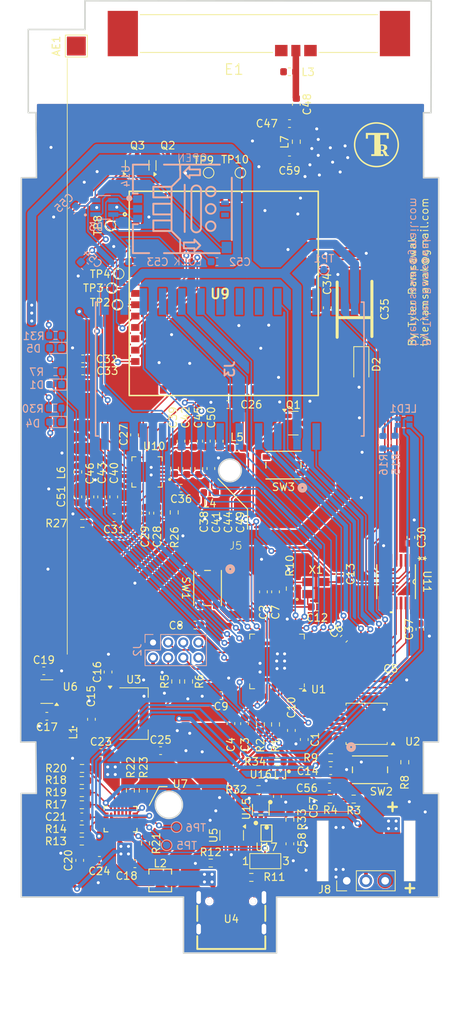
<source format=kicad_pcb>
(kicad_pcb (version 20240108) (generator "pcbnew") (generator_version "8.0")
  (layers (0 "F.Cu" signal) (1 "In1.Cu" power) (2 "In2.Cu" signal) (31 "B.Cu" signal) (34 "B.Paste" user) (35 "F.Paste" user) (36 "B.SilkS" user "B.Silkscreen") (37 "F.SilkS" user "F.Silkscreen") (38 "B.Mask" user) (39 "F.Mask" user) (44 "Edge.Cuts" user))
  (net 0 "")
  (net 1 "+3.3V")
  (net 2 "GND")
  (net 3 "VBUS")
  (net 4 "Net-(C13-Pad2)")
  (net 5 "+BATT")
  (net 6 "Net-(U7-VCC)")
  (net 7 "VSYS")
  (net 8 "+1V1")
  (net 9 "Net-(U7-TMR)")
  (net 10 "/XIN")
  (net 11 "+5V")
  (net 12 "/LTE/FLIGHTMODE")
  (net 13 "/SWCLK")
  (net 14 "/SWDIO")
  (net 15 "/LTE/SIM_D+")
  (net 16 "/LTE/SIM_D-")
  (net 17 "/LTE/SIM_USB_VBUS")
  (net 18 "Net-(J6-Pin_2)")
  (net 19 "D+")
  (net 20 "D-")
  (net 21 "Net-(U6-SW)")
  (net 22 "/QSPI_SS")
  (net 23 "/XOUT")
  (net 24 "Net-(U7-BST)")
  (net 25 "Net-(MK1--)")
  (net 26 "/LTE/MICBIAS")
  (net 27 "Net-(MK1-+)")
  (net 28 "Net-(Q2-C)")
  (net 29 "Net-(Q3-C)")
  (net 30 "+1V8")
  (net 31 "Net-(U1-RUN)")
  (net 32 "Net-(C24-Pad1)")
  (net 33 "Net-(U10-MIC+)")
  (net 34 "/QSPI_SD2")
  (net 35 "/D0")
  (net 36 "/D4")
  (net 37 "/WR")
  (net 38 "/D2")
  (net 39 "/KP_SDA")
  (net 40 "LTE_PWR")
  (net 41 "/CE")
  (net 42 "/A3")
  (net 43 "RI")
  (net 44 "DTR")
  (net 45 "/QSPI_SD3")
  (net 46 "/D6")
  (net 47 "/QSPI_SD1")
  (net 48 "/LTE/MOUT")
  (net 49 "RP_RX")
  (net 50 "/LTE/NAU_VDDA")
  (net 51 "/D3")
  (net 52 "/RST")
  (net 53 "/D5")
  (net 54 "/Power/NTC")
  (net 55 "/LTE/NAU_VDDD")
  (net 56 "RP_TX")
  (net 57 "/A4")
  (net 58 "/A2")
  (net 59 "/QSPI_SD0")
  (net 60 "/A1")
  (net 61 "/D1")
  (net 62 "/A0")
  (net 63 "/KP_SCK")
  (net 64 "/D7")
  (net 65 "/QSPI_SCLK")
  (net 68 "Net-(U10-MIC-)")
  (net 69 "Net-(U10-VREF)")
  (net 70 "Net-(U10-MOUT)")
  (net 71 "Net-(D1-K)")
  (net 72 "Net-(D4-K)")
  (net 73 "Net-(D5-K)")
  (net 75 "/LTE/SIM_DATA")
  (net 76 "/LTE/SIM_SCL")
  (net 79 "/LTE/STATUS")
  (net 81 "/LTE/NAU_VDDSPK")
  (net 82 "/LTE/SIM_RST")
  (net 83 "/LTE/PCM_OUT")
  (net 85 "Net-(J3-Pin_12)")
  (net 86 "Net-(LED1-+-Pad2)")
  (net 87 "Net-(U7-*ACOK)")
  (net 88 "/LTE/NETLIGHT")
  (net 89 "Net-(U7-*CHGOK)")
  (net 90 "/LTE/PCM_IN")
  (net 91 "Net-(LED1-+-Pad1)")
  (net 92 "Net-(R8-Pad1)")
  (net 93 "Net-(Q1-C)")
  (net 94 "/LTE/SIM_VDD")
  (net 95 "/LTE/MAIN_ANT")
  (net 96 "Net-(R10-Pad1)")
  (net 97 "/LTE/SIM_SDA")
  (net 98 "/LTE/PCM_SYNC")
  (net 99 "/LTE/PCM_CLK")
  (net 100 "/LTE/SIM_CLK")
  (net 101 "Net-(U4-CC2)")
  (net 102 "Net-(U4-CC1)")
  (net 103 "Net-(U7-VLIM)")
  (net 104 "Net-(U7-ILIM)")
  (net 105 "Net-(U7-ISET)")
  (net 106 "Net-(U7-SYSFB)")
  (net 107 "Net-(J6-Pin_1)")
  (net 108 "/KP_INT")
  (net 109 "/REED_SW")
  (net 110 "Net-(U7-M0)")
  (net 111 "Net-(U7-M1)")
  (net 112 "Net-(U9-DIV_ANT)")
  (net 114 "Net-(U9-DBG_TXD)")
  (net 119 "Net-(U11-A3)")
  (net 121 "Net-(U11-A1)")
  (net 127 "Net-(U11-A4)")
  (net 129 "Net-(U11-A2)")
  (net 136 "Net-(U1-USB_DP)")
  (net 137 "Net-(U1-USB_DM)")
  (net 138 "Net-(U15-A)")
  (net 139 "Net-(JP1-C)")
  (net 140 "/Power/SW_EN_L")
  (net 141 "/Power/SW_EN_H")
  (net 142 "/BATT_GAUGE")
  (net 143 "Net-(U17-~{PR})")
  (net 144 "Net-(U15-Y)")
  (net 146 "SW_SHDN")
  (net 148 "Net-(J1-Pin_2)")
  (net 149 "Net-(D1-A)")
  (net 150 "Net-(J2-Pin_7)")
  (net 151 "Net-(C47-Pad2)")
  (net 152 "Net-(C48-Pad1)")
  (footprint "MICROTAC_BATT_CONTACT:MicroTAC Peripherals" (layer "F.Cu") (at 126.7 86.5 90)
    (property "Reference" "J1" (hide yes))
    (property "Value" "RING")
  )
  (footprint "TestPoint:TestPoint_Pad_D1.0mm" (layer "F.Cu") (at 131.5 78.4)
    (property "Reference" "TP4")
    (property "Value" "TestPoint")
  )
  (footprint "Capacitor_SMD:C_0603_1608Metric" (layer "F.Cu") (at 138.9 104.1 90)
    (property "Reference" "C38")
    (property "Value" "33pF")
  )
  (footprint "Capacitor_SMD:C_0603_1608Metric" (layer "F.Cu") (at 148.149999 137.874999 -90)
    (property "Reference" "C3")
    (property "Value" "1uF")
  )
  (footprint "Capacitor_SMD:C_0603_1608Metric" (layer "F.Cu") (at 129.15 141.7)
    (property "Reference" "C23")
    (property "Value" "22uF")
  )
  (footprint "Resistor_SMD:R_0603_1608Metric" (layer "F.Cu") (at 150.249999 137.974999 90)
    (property "Reference" "R2")
    (property "Value" "27.4R")
  )
  (footprint "ANT-LTE-CER-T:XDCR_ANT-LTE-CER-T" (layer "F.Cu") (at 150.05 46.65)
    (property "Reference" "E1")
    (property "Value" "ANT-LTE-CER-T")
  )
  (footprint "Capacitor_SMD:C_0603_1608Metric" (layer "F.Cu") (at 150.649999 120.45 90)
    (property "Reference" "C2")
    (property "Value" "100nF")
  )
  (footprint "TestPoint:TestPoint_Pad_D1.0mm" (layer "F.Cu") (at 130.4 72.05)
    (property "Reference" "TP8")
    (property "Value" "TestPoint")
  )
  (footprint "Package_SO:SOIC-8_5.23x5.23mm_P1.27mm" (layer "F.Cu") (at 164.3 137.895 180)
    (property "Reference" "U2")
    (property "Value" "W25Q128JVS")
  )
  (footprint "Capacitor_SMD:C_0603_1608Metric" (layer "F.Cu") (at 140.5 104.15 90)
    (property "Reference" "C41")
    (property "Value" "10pF")
  )
  (footprint "Resistor_SMD:R_0603_1608Metric" (layer "F.Cu") (at 152.25 137.975 90)
    (property "Reference" "R1")
    (property "Value" "27.4R")
  )
  (footprint "TXS0104EPWR:PW14" (layer "F.Cu") (at 168.2 119.1111 -90)
    (property "Reference" "U11")
    (property "Value" "TXS0104EPWR")
  )
  (footprint "TestPoint:TestPoint_Pad_2.5x2.5mm" (layer "F.Cu") (at 125.9 48.3)
    (property "Reference" "AE1")
    (property "Value" "Antenna")
  )
  (footprint "Resistor_SMD:R_0603_1608Metric" (layer "F.Cu") (at 169.349999 142.974999 90)
    (property "Reference" "R8")
    (property "Value" "1k")
  )
  (footprint "Resistor_SMD:R_0603_1608Metric" (layer "F.Cu") (at 126.625 148.6 180)
    (property "Reference" "R17")
    (property "Value" "30.9k")
  )
  (footprint "QFN50P400X400X80-21N:QFN50P400X400X80-21N" (layer "F.Cu") (at 135.25 104.6 180)
    (property "Reference" "U10")
    (property "Value" "NAU8810YG")
  )
  (footprint "Capacitor_SMD:C_0603_1608Metric" (layer "F.Cu") (at 142.1 104.15 90)
    (property "Reference" "C44")
    (property "Value" "100pF")
  )
  (footprint "easyeda2kicad:SOT-353_L2.1-W1.3-P0.65-LS2.3-BR" (layer "F.Cu") (at 150.3 149.25 90)
    (property "Reference" "U15")
    (property "Value" "74LVC1G17GW,125_C426705")
  )
  (footprint "Capacitor_SMD:C_0603_1608Metric" (layer "F.Cu") (at 170.15 113.25 -90)
    (property "Reference" "C30")
    (property "Value" "100pF")
  )
  (footprint "Resistor_SMD:R_0603_1608Metric" (layer "F.Cu") (at 126.625 151.8)
    (property "Reference" "R14")
    (property "Value" "10k")
  )
  (footprint "Capacitor_SMD:C_0603_1608Metric" (layer "F.Cu") (at 159.3875 146.25 180)
    (property "Reference" "C56")
    (property "Value" "100nF")
  )
  (footprint "Resistor_SMD:R_0603_1608Metric" (layer "F.Cu") (at 162.5875 147.85 180)
    (property "Reference" "R3")
    (property "Value" "1M")
  )
  (footprint "Capacitor_SMD:C_0603_1608Metric" (layer "F.Cu") (at 145.049999 134.174999 180)
    (property "Reference" "C9")
    (property "Value" "100nF")
  )
  (footprint "Resistor_SMD:R_0603_1608Metric" (layer "F.Cu") (at 154.2 120.025 -90)
    (property "Reference" "R10")
    (property "Value" "1k")
  )
  (footprint "Capacitor_SMD:C_0603_1608Metric" (layer "F.Cu") (at 139.75 100.5375 90)
    (property "Reference" "C39")
    (property "Value" "33pF")
  )
  (footprint "TestPoint:TestPoint_Pad_D1.0mm" (layer "F.Cu") (at 130.6 80.3)
    (property "Reference" "TP3")
    (property "Value" "TestPoint")
  )
  (footprint "Capacitor_SMD:C_0603_1608Metric" (layer "F.Cu") (at 160.75 118.1 -90)
    (property "Reference" "C13")
    (property "Value" "15pF")
  )
  (footprint "Package_TO_SOT_SMD:SOT-23" (layer "F.Cu") (at 133.95 64.0625 90)
    (property "Reference" "Q3")
    (property "Value" "MMUN2233LT1G")
  )
  (footprint "Resistor_SMD:R_0603_1608Metric" (layer "F.Cu") (at 154.15 150.55 -90)
    (property "Reference" "R33")
    (property "Value" "100k")
  )
  (footprint "Capacitor_SMD:C_0603_1608Metric" (layer "F.Cu") (at 139.7625 106.75 180)
    (property "Reference" "C36")
    (property "Value" "4.7uF")
  )
  (footprint "Resistor_SMD:R_0603_1608Metric" (layer "F.Cu") (at 126.625 153.4 180)
    (property "Reference" "R13")
    (property "Value" "21k")
  )
  (footprint "Package_TO_SOT_SMD:SOT-23" (layer "F.Cu") (at 138 64.0875 90)
    (property "Reference" "Q2")
    (property "Value" "MMUN2233LT1G")
  )
  (footprint "Capacitor_SMD:C_0603_1608Metric" (layer "F.Cu") (at 130.1 131.05 90)
    (property "Reference" "C16")
    (property "Value" "1uF")
  )
  (footprint "Resistor_SMD:R_0603_1608Metric" (layer "F.Cu") (at 149.05 158.2 180)
    (property "Reference" "R11")
    (property "Value" "5.1k")
  )
  (footprint "Capacitor_SMD:C_0603_1608Metric" (layer "F.Cu") (at 137.05 141.45)
    (property "Reference" "C25")
    (property "Value" "22uF")
  )
  (footprint "easyeda2kicad:CASE-D_7343" (layer "F.Cu") (at 162.7 83.1 -90)
    (property "Reference" "C35")
    (property "Value" "220uF")
  )
  (footprint "TestPoint:TestPoint_Pad_D1.0mm" (layer "F.Cu") (at 143.4 65.05)
    (property "Reference" "TP9")
    (property "Value" "TestPoint")
  )
  (footprint "Package_TO_SOT_SMD:SOT-223" (layer "F.Cu") (at 133.5 136.55)
    (property "Reference" "U3")
    (property "Value" "TLV1117LV33DCYR")
  )
  (footprint "Capacitor_SMD:C_0603_1608Metric" (layer "F.Cu") (at 154.15 153.7625 90)
    (property "Reference" "C58")
    (property "Value" "100nF")
  )
  (footprint "Capacitor_SMD:C_0603_1608Metric" (layer "F.Cu") (at 133.6 99.7 90)
    (property "Reference" "C27")
    (property "Value" "100pF")
  )
  (footprint "Capacitor_SMD:C_0603_1608Metric" (layer "F.Cu") (at 143.7 104.15 90)
    (property "Reference" "C49")
    (property "Value" "10uF")
  )
  (footprint "Capacitor_SMD:C_0603_1608Metric" (layer "F.Cu") (at 130.85 107.9 90)
    (property "Reference" "C40")
    (property "Value" "33pF")
  )
  (footprint "Capacitor_SMD:C_0603_1608Metric" (layer "F.Cu") (at 156.049999 139.974999 -90)
    (property "Reference" "C1")
    (property "Value" "100nF")
  )
  (footprint "Capacitor_SMD:C_0603_1608Metric" (layer "F.Cu") (at 145.95 95.7)
    (property "Reference" "C26")
    (property "Value" "2.2uF")
  )
  (footprint "Capacitor_SMD:C_0603_1608Metric" (layer "F.Cu") (at 159.55 144.1)
    (property "Reference" "C14")
    (property "Value" "100nF")
  )
  (footprint "Capacitor_SMD:C_0603_1608Metric" (layer "F.Cu") (at 155 56 -90)
    (property "Reference" "C48")
    (property "Value" "3pF")
  )
  (footprint "Capacitor_SMD:C_0603_1608Metric" (layer "F.Cu") (at 141.6 124.85 180)
    (property "Reference" "C8")
    (property "Value" "100nF")
  )
  (footprint "ABM8-272-T3_ABR:ABM8-272-T3_ABR" (layer "F.Cu") (at 157.6 119.95 90)
    (property "Reference" "X1")
    (property "Value" "ABM8-272-T3")
  )
  (footprint "Capacitor_SMD:C_0603_1608Metric" (layer "F.Cu") (at 128.95 155.95 180)
    (property "Reference" "C24")
    (property "Value" "100nF")
  )
  (footprint "Resistor_SMD:R_0603_1608Metric" (layer "F.Cu") (at 126.625 147 180)
    (property "Reference" "R19")
    (property "Value" "10k")
  )
  (footprint "Capacitor_SMD:C_0603_1608Metric" (layer "F.Cu") (at 127.9 137.3 90)
    (property "Reference" "C15")
    (property "Value" "1uF")
  )
  (footprint "Capacitor_SMD:C_0603_1608Metric" (layer "F.Cu") (at 136.65 110.05 90)
    (property "Reference" "C28")
    (property "Value" "1uF")
  )
  (footprint "SW4_PTS815_SJM_250_SMTR_LFS_CNK:SW4_PTS815_SJM_250_SMTR_LFS_CNK" (layer "F.Cu") (at 153.3 103.7 180)
    (property "Reference" "SW3")
    (property "Value" "SW_Push")
  )
  (footprint "SW4_PTS815_SJM_250_SMTR_LFS_CNK:SW4_PTS815_SJM_250_SMTR_LFS_CNK" (layer "F.Cu") (at 164.749999 143.974999)
    (property "Reference" "SW2")
    (property "Value" "SW_Push")
  )
  (footprint "Diode_SMD:D_SOD-123" (layer "F.Cu") (at 163.6 90.4 -90)
    (property "Reference" "D2")
    (property "Value" "MMSZ5231BT1G")
  )
  (footprint "Resistor_SMD:R_0603_1608Metric" (layer "F.Cu") (at 143.675 156.3)
    (property "Reference" "R12")
    (property "Value" "5.1k")
  )
  (footprint "Package_DFN_QFN:QFN-56-1EP_7x7mm_P0.4mm_EP3.2x3.2mm" (layer "F.Cu") (at 152.45 129.65 180)
    (property "Reference" "U1")
    (property "Value" "RP2040")
  )
  (footprint "Capacitor_SMD:C_0603_1608Metric" (layer "F.Cu") (at 126.625 150.2 180)
    (property "Reference" "C21")
    (property "Value" "100nF")
  )
  (footprint "DFE201612E-2R2M=P2:IND_DFE2016_MUR" (layer "F.Cu") (at 125.45 136.0198 90)
    (property "Reference" "L1")
    (property "Value" "2.2uH")
  )
  (footprint "Resistor_SMD:R_0603_1608Metric" (layer "F.Cu") (at 140.75 132.3 -90)
    (property "Reference" "R6")
    (property "Value" "4.7k")
  )
  (footprint "Inductor_SMD:L_0603_1608Metric" (layer "F.Cu") (at 154.1 51.7)
    (property "Reference" "L3")
    (property "Value" "6.8nH")
  )
  (footprint "easyeda2kicad:IND-SMD_L3.0-W3.0-LS3.65" (layer "F.Cu") (at 137 158.6)
    (property "Reference" "L2")
    (property "Value" "1.0uH")
  )
  (footprint "easyeda2kicad:USB-C-SMD_G-SWITCH_GT-USB-7010ASV" (layer "F.Cu") (at 146.4 162.6325)
    (property "Reference" "U4")
    (property "Value" "GT-USB-7010ASV")
  )
  (footprint "Capacitor_SMD:C_0603_1608Metric" (layer "F.Cu") (at 122 136.9 180)
    (property "Reference" "C17")
    (property "Value" "4.7uF")
  )
  (footprint "MICROTAC_BATT_CONTACT:MicroTAC Peripherals" (layer "F.Cu") (at 126.7 113.4 -90)
    (property "Reference" "MK1" (hide yes))
    (property "Value" "Microphone")
  )
  (footprint "MICROTAC_BATT_CONTACT:MicroTAC Debug" (layer "F.Cu") (at 147.05 119 -90)
    (property "Reference" "J5")
    (property "Value" "Conn_01x03")
  )
  (footprint "Resistor_SMD:R_0603_1608Metric" (layer "F.Cu") (at 134.75 146.7 -90)
    (property "Reference" "R23")
    (property "Value" "4.7k")
  )
  (footprint "Capacitor_SMD:C_0603_1608Metric" (layer "F.Cu") (at 152.249999 120.45 90)
    (property "Reference" "C7")
    (property "Value" "100nF")
  )
  (footprint "easyeda2kicad:SOT-723_L1.2-W0.8-P0.80-LS1.2-BR" (layer "F.Cu") (at 152.9 144.7 90)
    (property "Reference" "U16")
    (property "Value" "SSM3J35AMFV,L3F")
  )
  (footprint "Resistor_SMD:R_0603_1608Metric" (layer "F.Cu") (at 126.625 145.4 180)
    (property "Reference" "R18")
    (property "Value" "10k")
  )
  (footprint "Resistor_SMD:R_0603_1608Metric" (layer "F.Cu") (at 155 60.95 90)
    (property "Reference" "L7")
    (property "Value" "0R")
  )
  (footprint "Resistor_SMD:R_0603_1608Metric" (layer "F.Cu") (at 133.05 146.7 90)
    (property "Reference" "R22")
    (property "Value" "12.4k")
  )
  (footprint "Capacitor_SMD:C_0603_1608Metric" (layer "F.Cu") (at 154.349999 138.774999 -90)
    (property "Reference" "C10")
    (property "Value" "100nF")
  )
  (footprint "Capacitor_SMD:C_0603_1608Metric" (layer "F.Cu") (at 129.25 107.9 90)
    (property "Reference" "C43")
    (property "Value" "10pF")
  )
  (footprint "Capacitor_SMD:C_0603_1608Metric" (layer "F.Cu") (at 135.05 110.05 90)
    (property "Reference" "C29")
    (property "Value" "1uF")
  )
  (footprint "Capacitor_SMD:C_0603_1608Metric" (layer "F.Cu") (at 152.5 147.5 90)
    (property "Reference" "C57")
    (property "Value" "2.2uF")
  )
  (footprint "SW4_PTS815_SJM_250_SMTR_LFS_CNK:SW4_PTS815_SJM_250_SMTR_LFS_CNK" (layer "F.Cu") (at 143.2585 119.95 -90)
    (property "Reference" "SW1")
    (property "Value" "SW_Push")
  )
  (footprint "Inductor_SMD:L_0603_1608Metric" (layer "F.Cu") (at 147.15 101.4375)
    (property "Reference" "L5")
    (property "Value" "47nH")
  )
  (footprint "Jumper:SolderJumper-3_P1.3mm_Bridged12_Pad1.0x1.5mm_NumberLabels" (layer "F.Cu") (at 150.9 156.05)
    (property "Reference" "JP1" (hide yes))
    (property "Value" "SolderJumper_3_Open")
  )
  (footprint "Package_TO_SOT_SMD:SOT-23-5" (layer "F.Cu") (at 122 133.6375 180)
    (property "Reference" "U6")
    (property "Value" "TPS613222ADBV")
  )
  (footprint "Capacitor_SMD:C_0603_1608Metric" (layer "F.Cu") (at 157.75 122.45 180)
    (property "Reference" "C12")
    (property "Value" "15pF")
  )
  (footprint "TestPoint:TestPoint_Pad_D1.0mm" (layer "F.Cu") (at 147.6 65.05)
    (property "Reference" "TP10")
    (property "Value" "TestPoint")
  )
  (footprint "Capacitor_SMD:C_0603_1608Metric" (layer "F.Cu") (at 126.75 89.65)
    (property "Reference" "C32")
    (property "Value" "4.7uF")
  )
  (footprint "MICROTAC_BATT_CONTACT:MicroTAC Peripherals" (layer "F.Cu") (at 126.75 96.2 90)
    (property "Reference" "J7" (hide yes))
    (property "Value" "EAR")
  )
  (footprint "Package_TO_SOT_SMD:SOT-23" (layer "F.Cu") (at 154.6 98.15)
    (property "Reference" "Q1")
    (property "Value" "MMUN2233LT1G")
  )
  (footprint "Capacitor_SMD:C_0603_1608Metric" (layer "F.Cu") (at 126.35 155.95 -90)
    (property "Reference" "C20")
    (property "Value" "1uF")
  )
  (footprint "Resistor_SMD:R_0603_1608Metric" (layer "F.Cu") (at 126.65 143.8 180)
    (property "Reference" "R20")
    (property "Value" "2k")
  )
  (footprint "Resistor_SMD:R_0603_1608Metric" (layer "F.Cu") (at 152.5 142.9)
    (property "Reference" "R34")
    (property "Value" "10k")
  )
  (footprint "Capacitor_SMD:C_0603_1608Metric" (layer "F.Cu") (at 127.7 107.9 90)
    (property "Reference" "C46")
    (property "Value" "100pF")
  )
  (footprint "Capacitor_SMD:C_0603_1608Metric" (layer "F.Cu") (at 171.35 125.4 90)
    (property "Reference" "C37")
    (property "Value" "100pF")
  )
  (footprint "QFN-3x4_MP2617B_MNP:QFN-3x4_MP2617B_MNP" (layer "F.Cu") (at 131.75 150.5 90)
    (property "Reference" "U7")
    (property "Value" "MP2617BGL")
  )
  (footprint "Capacitor_SMD:C_0603_1608Metric" (layer "F.Cu") (at 130.9 110.65)
    (property "Reference" "C31")
    (property "Value" "4.7uF")
  )
  (footprint "Capacitor_SMD:C_0603_1608Metric" (layer "F.Cu") (at 146.35 137.8625 -90)
    (property "Reference" "C4")
    (property "Value" "1uF")
  )
  (footprint "Capacitor_SMD:C_0603_1608Metric" (layer "F.Cu") (at 159.1 82.9 90)
    (property "Reference" "C34")
    (property "Value" "33pF")
  )
  (footprint "Capacitor_SMD:C_0603_1608Metric" (layer "F.Cu") (at 121.6 130.8935)
    (property "Reference" "C19")
    (property "Value" "22uF")
  )
  (footprint "SIM7500A:SIM7500A" (layer "F.Cu") (at 145.4 81)
    (property "Reference" "U9")
    (property "Value" "SIM7500A" (hide yes))
  )
  (footprint "Capacitor_SMD:C_0603_1608Metric" (layer "F.Cu") (at 144.8 100.5375 90)
    (property "Reference" "C50")
    (property "Value" "10uF")
  )
  (footprint "easyeda2kicad:US-8_L2.4-W2.1-P0.50-LS3.2-BL" (layer "F.Cu") (at 151.05 152.35 -90)
    (property "Reference" "U17")
    (property "Value" "TC7WZ74FK,LJCT")
  )
  (footprint "TestPoint:TestPoint_Pad_D1.0mm" (layer "F.Cu") (at 131.35 82.5)
    (property "Reference" "TP2")
    (property "Value" "TestPoint")
  )
  (footprint "Capacitor_SMD:C_0603_1608Metric" (layer "F.Cu") (at 141.4 100.5375 90)
    (property "Reference" "C42")
    (property "Value" "10pF")
  )
  (footprint "Resistor_SMD:R_0603_1608Metric_Pad0.98x0.95mm_HandSolder" (layer "F.Cu") (at 159.537499 142.374999)
    (property "Reference" "R9")
    (property "Value" "10k")
  )
  (footprint "Capacitor_SMD:C_0603_1608Metric" (layer "F.Cu") (at 143.1 100.525 90)
    (property "Reference" "C45")
    (property "Value" "100pF")
  )
  (footprint "Inductor_SMD:L_0603_1608Metric" (layer "F.Cu") (at 126.1 104.6 90)
    (property "Reference" "L6")
    (property "Value" "47nH")
  )
  (footprint "Connector_PinHeader_2.54mm:PinHeader_1x03_P2.54mm_Vertical" (layer "F.Cu") (at 161.67 158.65 90)
    (property "Reference" "J8")
    (property "Value" "Conn_01x03")
  )
  (footprint "Capacitor_SMD:C_0603_1608Metric" (layer "F.Cu") (at 161.3 126.65 45)
    (property "Reference" "C6")
    (property "Value" "100nF")
  )
  (footprint "MICROTAC_BATT_CONTACT:MicroTAC Batt Contact" (layer "F.Cu") (at 164.25 154.7)
    (property "Reference" "J4" (hide yes))
    (property "Value" "PACK")
    (fp_rect (start -6.5 -4) (end -5 4) (stroke (width 0.05)) (fill none) (layer "Edge.Cuts"))
    (fp_rect (start 5 -4) (end 6.5 4) (stroke (width 0.05)) (fill none) (layer "Edge.Cuts"))
  )
  (footprint "Capacitor_SMD:C_0603_1608Metric" (layer "F.Cu") (at 154.1 63.35 180)
    (property "Reference" "C59")
    (property "Value" "0R")
  )
  (footprint "Resistor_SMD:R_0603_1608Metric" (layer "F.Cu") (at 159.4375 147.85 180)
    (property "Reference" "R4")
    (property "Value" "1M")
  )
  (footprint "Capacitor_SMD:C_0603_1608Metric" (layer "F.Cu") (at 154.1 58.55)
    (property "Reference" "C47")
    (property "Value" "0R")
  )
  (footprint "Resistor_SMD:R_0603_1608Metric" (layer "F.Cu") (at 138.85 109.95 90)
    (property "Reference" "R26")
    (property "Value" "1.3k")
  )
  (footprint "Package_TO_SOT_SMD:SOT-23" (layer "F.Cu") (at 146.45 152.6375 -90)
    (property "Reference" "U5")
    (property "Value" "TPD2E009")
  )
  (footprint "Inductor_SMD:L_0603_1608Metric" (layer "F.Cu") (at 143.55 107.35 180)
    (property "Reference" "L4")
    (property "Value" "47nH")
  )
  (footprint "Resistor_SMD:R_0603_1608Metric" (layer "F.Cu") (at 126.7 111.4)
    (property "Reference" "R27")
    (property "Value" "1.3k")
  )
  (footprint "Resistor_SMD:R_0603_1608Metric" (layer "F.Cu") (at 150 146.6)
    (property "Reference" "R32")
    (property "Value" "10k")
  )
  (footprint "MICROTAC_BATT_CONTACT:MicroTAC Peripherals" (layer "F.Cu") (at 126.8 101.5 90)
    (property "Reference" "J6" (hide yes))
    (property "Value" "SPK")
  )
  (footprint "Capacitor_SMD:C_0603_1608Metric" (layer "F.Cu") (at 167.4875 132.05)
    (property "Reference" "C5")
    (property "Value" "100nF")
  )
  (footprint "Resistor_SMD:R_0603_1608Metric" (layer "F.Cu") (at 139.05 132.3 -90)
    (property "Reference" "R5")
    (property "Value" "4.7k")
  )
  (footprint "Capacitor_SMD:C_0603_1608Metric" (layer "F.Cu") (at 126.75 91.25)
    (property "Reference" "C33")
    (property "Value" "1uF")
  )
  (footprint "Resistor_SMD:R_0603_1608Metric" (layer "F.Cu") (at 135.05 153.7 -90)
    (property "Reference" "R21")
    (property "Value" "10k")
  )
  (footprint "Capacitor_SMD:C_0603_1608Metric" (layer "F.Cu") (at 133.65 156.4)
    (property "Reference" "C18")
    (property "Value" "10uF")
  )
  (footprint "Capacitor_SMD:C_0603_1608Metric" (layer "F.Cu") (at 126.1 107.9 90)
    (property "Reference" "C51")
    (property "Value" "10uF")
  )
  (footprint "Capacitor_SMD:C_0603_1608Metric" (layer "B.Cu") (at 144.5 76.8 180)
    (property "Reference" "C52")
    (property "Value" "33pF")
  )
  (footprint "Resistor_SMD:R_0603_1608Metric" (layer "B.Cu") (at 123.15 86.55 180)
    (property "Reference" "R31")
    (property "Value" "66.5R")
  )
  (footprint "LED_SMD:LED_0603_1608Metric" (layer "B.Cu") (at 123.15 93.05 180)
    (property "Reference" "D1")
    (property "Value" "LED")
  )
  (footprint "Capacitor_SMD:C_0603_1608Metric" (layer "B.Cu") (at 127.05 77.4 135)
    (property "Reference" "C54")
    (property "Value" "33pF")
  )
  (footprint "LED_SMD:LED_0603_1608Metric" (layer "B.Cu") (at 123.15 88.2 180)
    (property "Reference" "D5")
    (property "Value" "LED")
  )
  (footprint "Capacitor_SMD:C_0603_1608Metric" (layer "B.Cu") (at 125.3 70.05 -135)
    (property "Reference" "C55")
    (property "Value" "33pF")
  )
  (footprint "TestPoint:TestPoint_Pad_D1.0mm" (layer "B.Cu") (at 139.15 151.55)
    (property "Reference" "TP6")
    (property "Value" "TestPoint")
  )
  (footprint "Capacitor_SMD:C_0603_1608Metric" (layer "B.Cu") (at 133.6 76.8 180)
    (property "Reference" "C53")
    (property "Value" "33pF")
  )
  (footprint "TestPoint:TestPoint_Pad_D1.0mm" (layer "B.Cu") (at 137.85 153.95)
    (property "Reference" "TP5")
    (property "Value" "TestPoint")
  )
  (footprint "Resistor_SMD:R_0603_1608Metric" (layer "B.Cu") (at 168.05 100.65 90)
    (property "Reference" "R15")
    (property "Value" "127R")
  )
  (footprint "Connector_PinHeader_2.00mm:PinHeader_2x04_P2.00mm_Vertical" (layer "B.Cu") (at 136.05 127.15 -90)
    (property "Reference" "J2")
    (property "Value" "Conn_02x04_Odd_Even")
  )
  (footprint "Resistor_SMD:R_0603_1608Metric" (layer "B.Cu") (at 123.1 96.15 180)
    (property "Reference" "R30")
    (property "Value" "66.5R")
  )
  (footprint "easyeda2kicad:LED-ARRAY-SMD_0603-4P-L1.6-W1.5-BR-RD" (layer "B.Cu") (at 169.2 98 180)
    (property "Reference" "LED1")
    (property "Value" "LTST-C195KGJRKT")
  )
  (footprint "DT1042-04SO-7:SOT95P285X140-6N" (layer "B.Cu") (at 129.5975 69.625)
    (property "Reference" "D3")
    (property "Value" "DT1042-04SO-7")
  )
  (footprint "TestPoint:TestPoint_Pad_D1.0mm" (layer "B.Cu") (at 158.65 77.85 180)
    (property "Reference" "TP1")
    (property "Value" "TestPoint")
  )
  (footprint "Resistor_SMD:R_0603_1608Metric" (layer "B.Cu") (at 123.15 91.35 180)
    (property "Reference" "R7")
    (property "Value" "66.5R")
  )
  (footprint "easyeda2kicad:TF-CARD_XUNPU_SMN-309-ARP6" (layer "B.Cu") (at 139.895 69.825 -90)
    (property "Reference" "U14")
    (property "Value" "SMN-309-ARP6")
  )
  (footprint "LED_SMD:LED_0603_1608Metric" (layer "B.Cu") (at 123.1375 98 180)
    (property "Reference" "D4")
    (property "Value" "LED")
  )
  (footprint "Resistor_SMD:R_0603_1608Metric" (layer "B.Cu") (at 166.45 100.675 -90)
    (property "Reference" "R16")
    (property "Value" "127R")
  )
  (footprint "1108762841105101:1108762841105101" (layer "B.Cu") (at 146.2 91 -90)
    (property "Reference" "J3")
    (property "Value" "Conn_02x14_Counter_Clockwise" (hide yes))
  )
  (gr_poly (pts (xy 148.6 159.75) (xy 148.6 161) (xy 147.95 161.65) (xy 144.75 161.65) (xy 144.2 161) (xy 144.2 158.25) (xy 142.85 158.75) (xy 143.8 159.4) (xy 143.8 160.7) (xy 144.15 161.15) (xy 144.15 162) (xy 144.35 162.3) (xy 148.35 162.3) (xy 148.65 162) (xy 148.65 161.15) (xy 149 160.65) (xy 149 159.75)) (stroke (width 0.2)) (fill solid) (layer "F.Cu") (net 3))
  (gr_poly (pts (xy 156.75 83.75) (xy 158.4 83.75) (xy 158.75 83.4) (xy 162.55 83.4) (xy 164.05 84.9) (xy 164.05 89.1) (xy 162.2 90.25) (xy 160.5 87.35) (xy 158.9 85.85) (xy 156.75 85.85)) (stroke (width 0.2)) (fill solid) (layer "F.Cu") (net 7))
  (gr_poly (pts (xy 166.8 150.35) (xy 166.8 152.15) (xy 168.6 152.15) (xy 168.6 150.35)) (stroke (width 0.2)) (fill solid) (layer "F.Cu") (net 5))
  (gr_poly (pts (xy 131.55 150) (xy 131.55 143.1) (xy 129.55 143.1) (xy 129.55 145.3) (xy 131.45 147.3) (xy 131.45 150)) (stroke (width 0.2)) (fill solid) (layer "F.Cu") (net 5))
  (gr_poly (pts (xy 136.4 141.1) (xy 134.75 141.1) (xy 134.75 141.85) (xy 136.45 141.85) (xy 136.45 141.15)) (stroke (width 0.2)) (fill solid) (layer "F.Cu") (net 7))
  (gr_poly (pts (xy 159.85 157.25) (xy 161.65 158.6) (xy 161.65 151.25) (xy 159.85 151.25)) (stroke (width 0.2)) (fill solid) (layer "F.Cu") (net 2))
  (gr_poly (pts (xy 131.95 150.95) (xy 131.95 153) (xy 132.3 153.35) (xy 133.3 153.35) (xy 133.65 153.65) (xy 133.65 156.95) (xy 133.35 157.2) (xy 131.85 157.2) (xy 131.05 156.4) (xy 131.05 150.95) (xy 130.95 150.95) (xy 130.95 153.15) (xy 129.45 154.7) (xy 129.45 157.159937) (xy 131.390513 159.25) (xy 136.15 159.25) (xy 136.15 157.95) (xy 134.75 157.95) (xy 133.65 156.95) (xy 133.65 156.1) (xy 133.75 155.75) (xy 133.75 153.5) (xy 133.4 153.25) (xy 132.45 153.25) (xy 132.05 152.85) (xy 132.05 150.95)) (stroke (width 0.2)) (fill solid) (layer "F.Cu") (net 32))
  (gr_poly (pts (xy 131.95 150) (xy 131.95 135.9) (xy 133.95 135.9) (xy 133.95 143.1) (xy 133.95 145.3) (xy 132.05 147.25) (xy 132.05 150)) (stroke (width 0.2)) (fill solid) (layer "F.Cu") (net 7))
  (gr_poly (pts (xy 148.649999 132.274999) (xy 150.249999 132.274999) (xy 150.249999 133.474999) (xy 146.749999 136.974999) (xy 146.749999 137.474999) (xy 145.449999 137.474999) (xy 145.449999 134.574999) (xy 145.449999 133.774999) (xy 147.149999 133.774999)) (stroke (width 0.2)) (fill solid) (layer "F.Cu") (net 1))
  (gr_poly (pts (xy 132.25 142) (xy 130.75 140.6) (xy 129.55 139.55) (xy 124.55 139.55) (xy 124.25 139.3) (xy 124.25 138.25) (xy 132.25 138.25)) (stroke (width 0.2)) (fill solid) (layer "F.Cu") (net 7))
  (gr_poly (pts (xy 126.15 136.45) (xy 122.5 136.45) (xy 122.5 137.3) (xy 126 137.3)) (stroke (width 0.2)) (fill solid) (layer "F.Cu") (net 7))
  (gr_poly (pts (xy 136.85 135.7) (xy 145.274998 135.7) (xy 147.149999 133.824999) (xy 147.149999 136.574999) (xy 146.749999 136.974999) (xy 146.749999 137.474999) (xy 136.85 137.474999)) (stroke (width 0.2)) (fill solid) (layer "F.Cu") (net 1))
  (gr_poly (pts (xy 142.45 157.4) (xy 142.45 159.2) (xy 144.25 159.2) (xy 144.25 157.4)) (stroke (width 0.2)) (fill solid) (layer "F.Cu") (net 3))
  (gr_poly (pts (xy 137 143.05) (xy 133.55 139.6) (xy 133.55 143.25) (xy 133.75 143.45) (xy 136.6 143.45)) (stroke (width 0.2)) (fill solid) (layer "F.Cu") (net 7))
  (gr_poly (pts (xy 131.45 153.75) (xy 131.45 155.5) (xy 133.15 155.5) (xy 133.15 153.75)) (stroke (width 0.2)) (fill solid) (layer "F.Cu") (net 3))
  (gr_poly (pts (xy 138 159.25) (xy 138 157.95) (xy 139 157.95) (xy 139 159) (xy 139 159.25)) (stroke (width 0.2)) (fill solid) (layer "F.Cu") (net 7))
  (gr_poly (pts (xy 131.45 150.9) (xy 131.55 150.9) (xy 131.55 153.2) (xy 132.1 153.75) (xy 133.05 153.75) (xy 133.05 154.55) (xy 132.9 154.7) (xy 131.45 154.7) (xy 131.45 153.75)) (stroke (width 0.2)) (fill solid) (layer "F.Cu") (net 3))
  (gr_poly (pts (xy 126 155.5) (xy 126.85 155.55) (xy 129.7 152.7) (xy 129.7 151.75) (xy 130.05 151.3) (xy 130.1 151.3) (xy 130.1 151.2) (xy 129.55 151.2) (xy 129.55 151.35) (xy 128.65 152.3) (xy 128.65 153.4) (xy 127.85 154.2) (xy 126.55 154.2) (xy 125.95 154.75) (xy 125.95 155.5)) (stroke (width 0.2)) (fill solid) (layer "F.Cu") (net 6))
  (gr_poly (pts (xy 124.25 138.55) (xy 124.25 137.15) (xy 126.3 137.15) (xy 126.3 138.55)) (stroke (width 0.2)) (fill solid) (layer "F.Cu") (net 7))
  (gr_poly (pts (xy 151.849999 133.574999) (xy 151.849999 132.274999) (xy 152.249999 132.274999) (xy 152.249999 133.574999)) (stroke (width 0.2)) (fill solid) (layer "F.Cu") (net 1))
  (gr_poly (pts (xy 129.55 143.45) (xy 129.55 141.3) (xy 130.35 141.3) (xy 131.55 142.5) (xy 131.55 143.05) (xy 131.15 143.45)) (stroke (width 0.2)) (fill solid) (layer "F.Cu") (net 5))
  (gr_poly (pts (xy 131.45 155.4) (xy 131.45 156.1) (xy 132.05 156.75) (xy 133.15 156.75) (xy 133.15 155.4)) (stroke (width 0.2)) (fill solid) (layer "F.Cu") (net 3))
  (gr_rect (start 122.6 134.35) (end 126.2 135.6) (stroke (width 0.2)) (fill solid) (layer "F.Cu") (net 21))
  (gr_rect (start 131.4 153.7) (end 133.2 155.5) (stroke (width 0.2)) (fill solid) (layer "B.Cu") (net 3))
  (gr_rect (start 166.8 150.35) (end 168.6 152.15) (stroke (width 0.2)) (fill solid) (layer "B.Cu") (net 5))
  (gr_rect (start 142.45 157.4) (end 144.25 159.2) (stroke (width 0.2)) (fill solid) (layer "B.Cu") (net 3))
  (gr_rect (start 129.65 143.2) (end 131.45 145) (stroke (width 0.2)) (fill solid) (layer "B.Cu") (net 5))
  (gr_poly (pts (xy 150.65 78.25) (xy 148.55 76.4) (xy 146.4 78.2) (xy 151.1 78.2)) (stroke (width 0.2)) (fill solid) (layer "B.Cu") (net 11))
  (gr_line (start 136.85 146.2) (end 135.55 148.7) (stroke (width 0.15)) (layer "F.SilkS"))
  (gr_line (start 148.55 109.5) (end 148.55 112.15) (stroke (width 0.15)) (layer "F.SilkS"))
  (gr_line (start 144.65 105.5) (end 148.55 109.5) (stroke (width 0.15)) (layer "F.SilkS"))
  (gr_line (start 137.9 146.2) (end 136.85 146.2) (stroke (width 0.15)) (layer "F.SilkS"))
  (gr_line (start 124.7 128.7) (end 124.7 49.95) (stroke (width 0.1)) (layer "F.SilkS"))
  (gr_circle (center 165.6 61.35) (end 168.484874 61.35) (stroke (width 0.2)) (fill none) (layer "F.SilkS"))
  (gr_circle (center 138.141168 148.598239) (end 139.941168 148.598239) (stroke (width 0.2)) (fill none) (layer "Edge.Cuts"))
  (gr_line (start 118.624724 160.798239) (end 140.083197 160.798239) (stroke (width 0.2)) (layer "Edge.Cuts"))
  (gr_line (start 127.045108 46.113554) (end 119.546364 46.109062) (stroke (width 0.2)) (layer "Edge.Cuts"))
  (gr_line (start 172.04705 42.336618) (end 172.848842 42.337029) (stroke (width 0.2)) (layer "Edge.Cuts"))
  (gr_line (start 120.609011 147.098248) (end 118.609011 147.098248) (stroke (width 0.2)) (layer "Edge.Cuts"))
  (gr_line (start 120.54431 57.09907) (end 120.630238 65.698641) (stroke (width 0.2)) (layer "Edge.Cuts"))
  (gr_line (start 118.541168 140.318571) (end 120.541068 140.298587) (stroke (width 0.2)) (layer "Edge.Cuts"))
  (gr_line (start 140.083197 168.198239) (end 146.233197 168.198239) (stroke (width 0.2)) (layer "Edge.Cuts"))
  (gr_line (start 172.848842 42.337029) (end 172.848842 42.617678) (stroke (width 0.2)) (layer "Edge.Cuts"))
  (gr_line (start 127.047056 42.313555) (end 127.045108 46.113554) (stroke (width 0.2)) (layer "Edge.Cuts"))
  (gr_line (start 120.541068 140.298587) (end 120.609011 147.098248) (stroke (width 0.2)) (layer "Edge.Cuts"))
  (gr_line (start 152.383197 160.798239) (end 173.824724 160.798239) (stroke (width 0.2)) (layer "Edge.Cuts"))
  (gr_line (start 171.829483 65.717579) (end 171.817364 57.117587) (stroke (width 0.2)) (layer "Edge.Cuts"))
  (gr_line (start 146.233197 168.198239) (end 152.383197 168.198239) (stroke (width 0.2)) (layer "Edge.Cuts"))
  (gr_line (start 118.609011 147.098248) (end 118.624724 160.798239) (stroke (width 0.2)) (layer "Edge.Cuts"))
  (gr_line (start 171.809037 147.098249) (end 171.801256 140.298253) (stroke (width 0.2)) (layer "Edge.Cuts"))
  (gr_line (start 119.546364 46.109062) (end 119.54436 57.109062) (stroke (width 0.2)) (layer "Edge.Cuts"))
  (gr_line (start 172.04705 42.336618) (end 127.047056 42.313555) (stroke (width 0.2)) (layer "Edge.Cuts"))
  (gr_line (start 173.824724 160.798239) (end 173.809037 147.098248) (stroke (width 0.2)) (layer "Edge.Cuts"))
  (gr_line (start 171.801256 140.298253) (end 173.801256 140.298252) (stroke (width 0.2)) (layer "Edge.Cuts"))
  (gr_line (start 173.809037 147.098248) (end 171.809037 147.098249) (stroke (width 0.2)) (layer "Edge.Cuts"))
  (gr_line (start 119.54436 57.109062) (end 120.54431 57.09907) (stroke (width 0.2)) (layer "Edge.Cuts"))
  (gr_line (start 172.817364 57.117644) (end 172.849718 42.61768) (stroke (width 0.2)) (layer "Edge.Cuts"))
  (gr_circle (center 146.224724 104.398239) (end 147.724724 104.398239) (stroke (width 0.2)) (fill none) (layer "Edge.Cuts"))
  (gr_line (start 172.848842 42.617678) (end 172.849718 42.61768) (stroke (width 0.2)) (layer "Edge.Cuts"))
  (gr_line (start 140.083197 160.798239) (end 140.083197 168.198239) (stroke (width 0.2)) (layer "Edge.Cuts"))
  (gr_line (start 152.383197 168.198239) (end 152.383197 160.798239) (stroke (width 0.2)) (layer "Edge.Cuts"))
  (gr_line (start 173.801256 140.298252) (end 173.829389 65.698257) (stroke (width 0.2)) (layer "Edge.Cuts"))
  (gr_line (start 171.817364 57.117587) (end 172.817364 57.117644) (stroke (width 0.2)) (layer "Edge.Cuts"))
  (gr_line (start 120.630238 65.698641) (end 118.630338 65.718624) (stroke (width 0.2)) (layer "Edge.Cuts"))
  (gr_line (start 173.829389 65.698257) (end 171.829483 65.717579) (stroke (width 0.2)) (layer "Edge.Cuts"))
  (gr_line (start 118.630338 65.718624) (end 118.541168 140.318571) (stroke (width 0.2)) (layer "Edge.Cuts"))
  (gr_text "By Tyler Ramsawak\ntylerramsawak@gmail.com" (at 172.55 88.1 90) (layer "F.Cu" knockout) (effects (font (size 1 1) (thickness 0.125)) (justify left bottom)))
  (gr_text "By Tyler Ramsawak\ntylerramsawak@gmail.com" (at 170 88.05 -90) (layer "B.Cu" knockout) (effects (font (size 1 1) (thickness 0.125)) (justify left bottom mirror)))
  (gr_text "By Tyler Ramsawak\ntylerramsawak@gmail.com" (at 170 88.05 -90) (layer "B.SilkS") (effects (font (size 1 1) (thickness 0.125)) (justify left bottom mirror)))
  (gr_text "T" (at 164.15 63.35 0) (layer "F.SilkS") (effects (font (size 3 3) (thickness 0.3) (bold yes)) (justify left bottom)))
  (gr_text "+" (at 168.9 160.4 0) (layer "F.SilkS") (effects (font (size 1.5 1.5) (thickness 0.3) (bold yes)) (justify left bottom)))
  (gr_text "+" (at 166.6 149.65 0) (layer "F.SilkS") (effects (font (size 1.5 1.5) (thickness 0.3) (bold yes)) (justify left bottom)))
  (gr_text "R" (at 165.5 63.1 0) (layer "F.SilkS") (effects (font (size 1.5 1.5) (thickness 0.3) (bold yes)) (justify left bottom)))
  (gr_text "By Tyler Ramsawak\ntylerramsawak@gmail.com" (at 172.55 88.1 90) (layer "F.SilkS") (effects (font (size 1 1) (thickness 0.125)) (justify left bottom)))
  (segment (start 149.0125 128.65) (end 150.025 128.65) (width 0.2) (layer "F.Cu") (net 1))
  (segment (start 136.05 129.15) (end 136.05 135.95) (width 0.5) (layer "F.Cu") (net 1))
  (segment (start 154.349999 137.574999) (end 154.349999 137.912499) (width 0.2) (layer "F.Cu") (net 1))
  (segment (start 169.941168 126.006071) (end 169.941168 128.793571) (width 0.2) (layer "F.Cu") (net 1))
  (segment (start 155.8875 128.65) (end 159.3 128.65) (width 0.2) (layer "F.Cu") (net 1))
  (segment (start 154.149999 127.274999) (end 154.849999 127.974999) (width 0.5) (layer "F.Cu") (net 1))
  (segment (start 152.249999 127.274999) (end 154.149999 127.274999) (width 0.5) (layer "F.Cu") (net 1))
  (segment (start 154.849999 128.674999) (end 154.849999 131.374999) (width 0.5) (layer "F.Cu") (net 1))
  (segment (start 150.149999 132.074999) (end 149.949999 132.274999) (width 0.5) (layer "F.Cu") (net 1))
  (segment (start 140.075 133.125) (end 140.75 133.125) (width 0.2) (layer "F.Cu") (net 1))
  (segment (start 152.049999 135.274999) (end 154.349999 137.574999) (width 0.2) (layer "F.Cu") (net 1))
  (segment (start 128.9 134.2) (end 128.9 135.1) (width 0.5) (layer "F.Cu") (net 1))
  (segment (start 130.1 131.9125) (end 128.9 133.1125) (width 0.5) (layer "F.Cu") (net 1))
  (segment (start 145.35 128.05) (end 142.4625 125.1625) (width 0.2) (layer "F.Cu") (net 1))
  (segment (start 122.45 99.45) (end 122.45 104.4) (width 0.2) (layer "F.Cu") (net 1))
  (segment (start 142.7625 107.35) (end 142.7625 108.8375) (width 0.5) (layer "F.Cu") (net 1))
  (segment (start 170.149999 121.9305) (end 170.149999 123.337499) (width 0.25) (layer "F.Cu") (net 1))
  (segment (start 122.4 89.65) (end 122.95 90.2) (width 0.2) (layer "F.Cu") (net 1))
  (segment (start 128.9 122.7) (end 128.9 130.8) (width 0.5) (layer "F.Cu") (net 1))
  (segment (start 139.05 134.15) (end 139.05 133.125) (width 0.2) (layer "F.Cu") (net 1))
  (segment (start 136.65 136.55) (end 140.075 133.125) (width 0.2) (layer "F.Cu") (net 1))
  (segment (start 150.049999 127.974999) (end 150.749999 127.274999) (width 0.5) (layer "F.Cu") (net 1))
  (segment (start 136.05 135.95) (end 136.65 136.55) (width 0.5) (layer "F.Cu") (net 1))
  (segment (start 152.037499 132.924999) (end 152.049999 132.924999) (width 0.2) (layer "F.Cu") (net 1))
  (segment (start 170.149999 123.337499) (end 171.35 124.5375) (width 0.25) (layer "F.Cu") (net 1))
  (segment (start 151.849999 133.112499) (end 152.037499 132.924999) (width 0.2) (layer "F.Cu") (net 1))
  (segment (start 125.6375 103.8125) (end 123.75 105.7) (width 0.5) (layer "F.Cu") (net 1))
  (segment (start 154.849999 127.974999) (end 154.849999 128.674999) (width 0.5) (layer "F.Cu") (net 1))
  (segment (start 142.4625 125.1625) (end 142.4625 124.85) (width 0.2) (layer "F.Cu") (net 1))
  (segment (start 122.45 104.4) (end 123.75 105.7) (width 0.2) (layer "F.Cu") (net 1))
  (segment (start 128.9 130.8) (end 128.9 134.2) (width 0.5) (layer "F.Cu") (net 1))
  (segment (start 123.75 119.9) (end 128.9 125.05) (width 0.5) (layer "F.Cu") (net 1))
  (segment (start 152.049999 132.924999) (end 152.049999 135.274999) (width 0.2) (layer "F.Cu") (net 1))
  (segment (start 122.95 90.2) (end 122.95 98.95) (width 0.2) (layer "F.Cu") (net 1))
  (segment (start 150.025 128.65) (end 150.049999 128.674999) (width 0.2) (layer "F.Cu") (net 1))
  (segment (start 154.849999 131.374999) (end 154.449999 131.774999) (width 0.5) (layer "F.Cu") (net 1))
  (segment (start 154.449999 131.774999) (end 154.149999 132.074999) (width 0.5) (layer "F.Cu") (net 1))
  (segment (start 154.874998 128.65) (end 154.849999 128.674999) (width 0.2) (layer "F.Cu") (net 1))
  (segment (start 171.391168 124.556071) (end 169.941168 126.006071) (width 0.2) (layer "F.Cu") (net 1))
  (segment (start 142.7625 108.8375) (end 128.9 122.7) (width 0.5) (layer "F.Cu") (net 1))
  (segment (start 157.55 143.4) (end 157.599998 143.4) (width 0.5) (layer "F.Cu") (net 1))
  (segment (start 126.1 103.8125) (end 125.6375 103.8125) (width 0.5) (layer "F.Cu") (net 1))
  (segment (start 150.749999 127.274999) (end 152.249999 127.274999) (width 0.5) (layer "F.Cu") (net 1))
  (segment (start 136.65 136.55) (end 139.05 134.15) (width 0.2) (layer "F.Cu") (net 1))
  (segment (start 123.75 105.7) (end 123.75 119.9) (width 0.5) (layer "F.Cu") (net 1))
  (segment (start 152.249999 121.3125) (end 152.249999 127.274999) (width 0.2) (layer "F.Cu") (net 1))
  (segment (start 169.941168 128.793571) (end 166.666168 132.068571) (width 0.2) (layer "F.Cu") (net 1))
  (segment (start 128.9 135.1) (end 130.35 136.55) (width 0.5) (layer "F.Cu") (net 1))
  (segment (start 159.3 128.65) (end 160.69012 127.25988) (width 0.2) (layer "F.Cu") (net 1))
  (segment (start 122.95 98.95) (end 122.45 99.45) (width 0.2) (layer "F.Cu") (net 1))
  (segment (start 146.265686 128.05) (end 145.35 128.05) (width 0.2) (layer "F.Cu") (net 1))
  (segment (start 158.624999 142.374999) (end 158.624999 144.037499) (width 0.5) (layer "F.Cu") (net 1))
  (segment (start 150.049999 128.674999) (end 150.049999 127.974999) (width 0.5) (layer "F.Cu") (net 1))
  (segment (start 166.625 132.05) (end 166.400001 132.274999) (width 0.2) (layer "F.Cu") (net 1))
  (segment (start 157.599998 143.4) (end 158.624999 142.374999) (width 0.5) (layer "F.Cu") (net 1))
  (segment (start 128.9 125.05) (end 128.9 130.8) (width 0.5) (layer "F.Cu") (net 1))
  (segment (start 149.0125 128.65) (end 146.865686 128.65) (width 0.2) (layer "F.Cu") (net 1))
  (segment (start 146.865686 128.65) (end 146.265686 128.05) (width 0.2) (layer "F.Cu") (net 1))
  (segment (start 158.624999 144.037499) (end 158.6875 144.1) (width 0.5) (layer "F.Cu") (net 1))
  (segment (start 154.949999 132.274999) (end 154.449999 131.774999) (width 0.2) (layer "F.Cu") (net 1))
  (segment (start 158.624999 141.875001) (end 160.7 139.8) (width 0.5) (layer "F.Cu") (net 1))
  (segment (start 128.9 133.1125) (end 128.9 134.2) (width 0.5) (layer "F.Cu") (net 1))
  (segment (start 155.8875 128.65) (end 154.874998 128.65) (width 0.2) (layer "F.Cu") (net 1))
  (segment (start 166.400001 132.274999) (end 154.949999 132.274999) (width 0.2) (layer "F.Cu") (net 1))
  (segment (start 158.624999 142.374999) (end 158.624999 141.875001) (width 0.5) (layer "F.Cu") (net 1))
  (segment (start 154.149999 132.074999) (end 150.149999 132.074999) (width 0.5) (layer "F.Cu") (net 1))
  (via (at 157.55 143.4) (size 0.8) (drill 0.4) (layers "F.Cu" "B.Cu") (net 1))
  (via (at 122.4 89.65) (size 0.8) (drill 0.4) (layers "F.Cu" "B.Cu") (net 1))
  (via (at 122.45 99.45) (size 0.8) (drill 0.4) (layers "F.Cu" "B.Cu") (net 1))
  (via (at 139.5 137.2) (size 0.8) (drill 0.4) (layers "F.Cu" "B.Cu") (net 1))
  (segment (start 147.45061 143.65) (end 157.3 143.65) (width 0.5) (layer "B.Cu") (net 1))
  (segment (start 141.00061 137.2) (end 147.45061 143.65) (width 0.5) (layer "B.Cu") (net 1))
  (segment (start 122.35 99.35) (end 122.45 99.45) (width 0.2) (layer "B.Cu") (net 1))
  (segment (start 122.35 98) (end 122.35 99.35) (width 0.2) (layer "B.Cu") (net 1))
  (segment (start 122.3625 88.2) (end 122.3625 89.6125) (width 0.2) (layer "B.Cu") (net 1))
  (segment (start 122.3625 89.6125) (end 122.4 89.65) (width 0.2) (layer "B.Cu") (net 1))
  (segment (start 157.3 143.65) (end 157.55 143.4) (width 0.5) (layer "B.Cu") (net 1))
  (segment (start 139.5 137.2) (end 141.00061 137.2) (width 0.5) (layer "B.Cu") (net 1))
  (segment (start 149.175 147.325) (end 148.774975 147.725025) (width 0.2) (layer "F.Cu") (net 2))
  (segment (start 146.45 155.15) (end 146.4 155.2) (width 0.286) (layer "F.Cu") (net 2))
  (segment (start 153.45 124.4) (end 153.45 126.2125) (width 0.2) (layer "F.Cu") (net 2))
  (segment (start 152.3 146.6375) (end 153.6 147.9375) (width 0.2) (layer "F.Cu") (net 2))
  (segment (start 148.965025 147.725025) (end 149.65 148.41) (width 0.2) (layer "F.Cu") (net 2))
  (segment (start 154.349999 139.949999) (end 154.349999 139.637499) (width 0.2) (layer "F.Cu") (net 2))
  (segment (start 148.774975 147.725025) (end 148.965025 147.725025) (width 0.2) (layer "F.Cu") (net 2))
  (segment (start 128.65 69.6) (end 131.25 69.6) (width 0.2) (layer "F.Cu") (net 2))
  (segment (start 153.8 124.05) (end 153.45 124.4) (width 0.2) (layer "F.Cu") (net 2))
  (segment (start 160.75 154.925) (end 160.75 157.73) (width 2) (layer "F.Cu") (net 2))
  (segment (start 154.95 140.55) (end 154.349999 139.949999) (width 0.2) (layer "F.Cu") (net 2))
  (segment (start 146.45 153.575) (end 146.45 155.15) (width 0.286) (layer "F.Cu") (net 2))
  (segment (start 127.025 96.375) (end 126.85 96.2) (width 0.2) (layer "F.Cu") (net 2))
  (segment (start 128.6 69.65) (end 128.65 69.6) (width 0.2) (layer "F.Cu") (net 2))
  (segment (start 149.175 146.6) (end 149.175 147.325) (width 0.2) (layer "F.Cu") (net 2))
  (segment (start 160.75 157.73) (end 161.67 158.65) (width 2) (layer "F.Cu") (net 2))
  (segment (start 153.6 147.9375) (end 153.6 148.25) (width 0.2) (layer "F.Cu") (net 2))
  (via (at 139.25 138.8) (size 0.8) (drill 0.4) (layers "F.Cu" "B.Cu") (net 2))
  (via (at 130.15 128.7) (size 0.8) (drill 0.4) (layers "F.Cu" "B.Cu") (net 2))
  (via (at 125.45 110.15) (size 0.8) (drill 0.4) (layers "F.Cu" "B.Cu") (net 2))
  (via (at 128.4 105.65) (size 0.8) (drill 0.4) (layers "F.Cu" "B.Cu") (net 2))
  (via (at 155.2 70.5) (size 0.8) (drill 0.4) (layers "F.Cu" "B.Cu") (net 2))
  (via (at 153.8 124.05) (size 0.8) (drill 0.4) (layers "F.Cu" "B.Cu") (net 2))
  (via (at 156.15 65.55) (size 0.8) (drill 0.4) (layers "F.Cu" "B.Cu") (net 2))
  (via (at 144.85 147.65) (size 0.8) (drill 0.4) (layers "F.Cu" "B.Cu") (net 2))
  (via (at 164.25 75.7) (size 0.8) (drill 0.4) (layers "F.Cu" "B.Cu") (net 2))
  (via (at 160.25 158.15) (size 0.8) (drill 0.4) (layers "F.Cu" "B.Cu") (net 2))
  (via (at 150.85 70.05) (size 0.8) (drill 0.4) (layers "F.Cu" "B.Cu") (net 2))
  (via (at 146.4 155.2) (size 0.8) (drill 0.4) (layers "F.Cu" "B.Cu") (net 2))
  (via (at 161.2 151.6) (size 0.8) (drill 0.4) (layers "F.Cu" "B.Cu") (net 2))
  (via (at 142.9 110.8) (size 0.8) (drill 0.4) (layers "F.Cu" "B.Cu") (net 2))
  (via (at 150.2 131.05) (size 0.8) (drill 0.4) (layers "F.Cu" "B.Cu") (net 2))
  (via (at 152.4 129.6) (size 0.8) (drill 0.4) (layers "F.Cu" "B.Cu") (net 2))
  (via (at 128.6 69.65) (size 0.8) (drill 0.4) (layers "F.Cu" "B.Cu") (net 2))
  (via (at 163.7 102) (size 0.8) (drill 0.4) (layers "F.Cu" "B.Cu") (net 2))
  (via (at 135.5 70.9) (size 0.8) (drill 0.4) (layers "F.Cu" "B.Cu") (net 2))
  (via (at 153.6 148.25) (size 0.8) (drill 0.4) (layers "F.Cu" "B.Cu") (net 2))
  (via (at 159.8 63.65) (size 0.8) (drill 0.4) (layers "F.Cu" "B.Cu") (net 2))
  (via (at 139.6 124.85) (size 0.8) (drill 0.4) (layers "F.Cu" "B.Cu") (net 2))
  (via (at 137.55 133.85) (size 0.8) (drill 0.4) (layers "F.Cu" "B.Cu") (net 2))
  (via (at 156.8 95.25) (size 0.8) (drill 0.4) (layers "F.Cu" "B.Cu") (net 2))
  (via (at 157.9 62.75) (size 0.8) (drill 0.4) (layers "F.Cu" "B.Cu") (net 2))
  (via (at 153.9 75.2) (size 0.8) (drill 0.4) (layers "F.Cu" "B.Cu") (net 2))
  (via (at 126.95 66.3) (size 0.8) (drill 0.4) (layers "F.Cu" "B.Cu") (net 2))
  (via (at 125.4 88.2) (size 0.8) (drill 0.4) (layers "F.Cu" "B.Cu") (net 2))
  (via (at 160.8 64.95) (size 0.8) (drill 0.4) (layers "F.Cu" "B.Cu") (net 2))
  (via (at 135.8 104) (size 0.8) (drill 0.4) (layers "F.Cu" "B.Cu") (net 2))
  (via (at 150.3 88.25) (size 0.8) (drill 0.4) (layers "F.Cu" "B.Cu") (net 2))
  (via (at 153.45 130.55) (size 0.8) (drill 0.4) (layers "F.Cu" "B.Cu") (net 2))
  (via (at 158.9 75.75) (size 0.8) (drill 0.4) (layers "F.Cu" "B.Cu") (net 2))
  (via (at 158.05 65.35) (size 0.8) (drill 0.4) (layers "F.Cu" "B.Cu") (net 2))
  (via (at 142.55 141.6) (size 0.8) (drill 0.4) (layers "F.Cu" "B.Cu") (net 2))
  (via (at 157.9 60.65) (size 0.8) (drill 0.4) (layers "F.Cu" "B.Cu") (net 2))
  (via (at 122.9 70.9) (size 0.8) (drill 0.4) (layers "F.Cu" "B.Cu") (net 2))
  (via (at 160.25 157.15) (size 0.8) (drill 0.4) (layers "F.Cu" "B.Cu") (net 2))
  (via (at 154.6 156) (size 0.8) (drill 0.4) (layers "F.Cu" "B.Cu") (net 2))
  (via (at 152.45 130.6) (size 0.8) (drill 0.4) (layers "F.Cu" "B.Cu") (net 2))
  (via (at 143.6 150.65) (size 0.8) (drill 0.4) (layers "F.Cu" "B.Cu") (net 2))
  (via (at 142.55 134.25) (size 0.8) (drill 0.4) (layers "F.Cu" "B.Cu") (net 2))
  (via (at 163.6 108) (size 0.8) (drill 0.4) (layers "F.Cu" "B.Cu") (net 2))
  (via (at 170.6 110.95) (size 0.8) (drill 0.4) (layers "F.Cu" "B.Cu") (net 2))
  (via (at 154.95 140.55) (size 0.8) (drill 0.4) (layers "F.Cu" "B.Cu") (net 2))
  (via (at 128.65 64.9) (size 0.8) (drill 0.4) (layers "F.Cu" "B.Cu") (net 2))
  (via (at 172.05 149.55) (size 0.8) (drill 0.4) (layers "F.Cu" "B.Cu") (net 2))
  (via (at 156.35 151.65) (size 0.8) (drill 0.4) (layers "F.Cu" "B.Cu") (net 2))
  (via (at 166.55 114.35) (size 0.8) (drill 0.4) (layers "F.Cu" "B.Cu") (net 2))
  (via (at 121 138.2) (size 0.8) (drill 0.4) (layers "F.Cu" "B.Cu") (net 2))
  (via (at 157.05 61.85) (size 0.8) (drill 0.4) (layers "F.Cu" "B.Cu") (net 2))
  (via (at 138.5 86.45) (size 0.8) (drill 0.4) (layers "F.Cu" "B.Cu") (net 2))
  (via (at 140.9 139.15) (size 0.8) (drill 0.4) (layers "F.Cu" "B.Cu") (net 2))
  (via (at 133.65 119.3) (size 0.8) (drill 0.4) (layers "F.Cu" "B.Cu") (net 2))
  (via (at 147.15 110.8) (size 0.8) (drill 0.4) (layers "F.Cu" "B.Cu") (net 2))
  (via (at 147.4 85.25) (size 0.8) (drill 0.4) (layers "F.Cu" "B.Cu") (net 2))
  (via (at 124 102.1) (size 0.8) (drill 0.4) (layers "F.Cu" "B.Cu") (net 2))
  (via (at 150.2 129.9) (size 0.8) (drill 0.4) (layers "F.Cu" "B.Cu") (net 2))
  (via (at 161.8 63.05) (size 0.8) (drill 0.4) (layers "F.Cu" "B.Cu") (net 2))
  (via (at 163.6 142.95) (size 0.8) (drill 0.4) (layers "F.Cu" "B.Cu") (net 2))
  (via (at 144.95 110.75) (size 0.8) (drill 0.4) (layers "F.Cu" "B.Cu") (net 2))
  (via (at 140.35 65.1) (size 0.8) (drill 0.4) (layers "F.Cu" "B.Cu") (net 2))
  (via (at 148.774975 147.725025) (size 0.8) (drill 0.4) (layers "F.Cu" "B.Cu") (net 2))
  (via (at 134.8 132.1) (size 0.8) (drill 0.4) (layers "F.Cu" "B.Cu") (net 2))
  (via (at 143.7 95.4) (size 0.8) (drill 0.4) (layers "F.Cu" "B.Cu") (net 2))
  (via (at 166.6 136) (size 0.8) (drill 0.4) (layers "F.Cu" "B.Cu") (net 2))
  (via (at 159.5 61.75) (size 0.8) (drill 0.4) (layers "F.Cu" "B.Cu") (net 2))
  (via (at 123.85 155) (size 0.8) (drill 0.4) (layers "F.Cu" "B.Cu") (net 2))
  (via (at 140 113.05) (size 0.8) (drill 0.4) (layers "F.Cu" "B.Cu") (net 2))
  (via (at 152.65 92.1) (size 0.8) (drill 0.4) (layers "F.Cu" "B.Cu") (net 2))
  (via (at 122.15 117.45) (size 0.8) (drill 0.4) (layers "F.Cu" "B.Cu") (net 2))
  (via (at 123.95 130.9) (size 0.8) (drill 0.4) (layers "F.Cu" "B.Cu") (net 2))
  (via (at 122.25 106.85) (size 0.8) (drill 0.4) (layers "F.Cu" "B.Cu") (net 2))
  (via (at 161.65 143.95) (size 0.8) (drill 0.4) (layers "F.Cu" "B.Cu") (net 2))
  (via (at 157.7 59.25) (size 0.8) (drill 0.4) (layers "F.Cu" "B.Cu") (net 2))
  (via (at 128.8 158.9) (size 0.8) (drill 0.4) (layers "F.Cu" "B.Cu") (net 2))
  (via (at 169.95 148.2) (size 0.8) (drill 0.4) (layers "F.Cu" "B.Cu") (net 2))
  (via (at 156.3 157.25) (size 0.8) (drill 0.4) (layers "F.Cu" "B.Cu") (net 2))
  (via (at 154 117.45) (size 0.8) (drill 0.4) (layers "F.Cu" "B.Cu") (net 2))
  (via (at 131.25 69.6) (size 0.8) (drill 0.4) (layers "F.Cu" "B.Cu") (net 2))
  (via (at 157.35 148.15) (size 0.8) (drill 0.4) (layers "F.Cu" "B.Cu") (net 2))
  (via (at 140.4 141.45) (size 0.8) (drill 0.4) (layers "F.Cu" "B.Cu") (net 2))
  (via (at 161.45 61.5) (size 0.8) (drill 0.4) (layers "F.Cu" "B.Cu") (net 2))
  (via (at 161.2 157.15) (size 0.8) (drill 0.4) (layers "F.Cu" "B.Cu") (net 2))
  (via (at 146.05 131.85) (size 0.8) (drill 0.4) (layers "F.Cu" "B.Cu") (net 2))
  (via (at 152.5 128.65) (size 0.8) (drill 0.4) (layers "F.Cu" "B.Cu") (net 2))
  (via (at 137.25 131.1) (size 0.8) (drill 0.4) (layers "F.Cu" "B.Cu") (net 2))
  (via (at 135.8 105) (size 0.8) (drill 0.4) (layers "F.Cu" "B.Cu") (net 2))
  (via (at 153.45 129.6) (size 0.8) (drill 0.4) (layers "F.Cu" "B.Cu") (net 2))
  (via (at 172.6 126.3) (size 0.8) (drill 0.4) (layers "F.Cu" "B.Cu") (net 2))
  (via (at 127.6 134.85) (size 0.8) (drill 0.4) (layers "F.Cu" "B.Cu") (net 2))
  (via (at 134.85 134.25) (size 0.8) (drill 0.4) (layers "F.Cu" "B.Cu") (net 2))
  (via (at 163.35 97.45) (size 0.8) (drill 0.4) (layers "F.Cu" "B.Cu") (net 2))
  (via (at 126.15 78.7) (size 0.8) (drill 0.4) (layers "F.Cu" "B.Cu") (net 2))
  (via (at 156.8 64) (size 0.8) (drill 0.4) (layers "F.Cu" "B.Cu") (net 2))
  (via (at 163.3 93.4) (size 0.8) (drill 0.4) (layers "F.Cu" "B.Cu") (net 2))
  (via (at 160.5 78.5) (size 0.8) (drill 0.4) (layers "F.Cu" "B.Cu") (net 2))
  (via (at 141.65 156.35) (size 0.8) (drill 0.4) (layers "F.Cu" "B.Cu") (net 2))
  (via (at 144.7 102.75) (size 0.8) (drill 0.4) (layers "F.Cu" "B.Cu") (net 2))
  (via (at 130.85 74.8) (size 0.8) (drill 0.4) (layers "F.Cu" "B.Cu") (net 2))
  (via (at 140.9 90.25) (size 0.8) (drill 0.4) (layers "F.Cu" "B.Cu") (net 2))
  (via (at 144.35 149.4) (size 0.8) (drill 0.4) (layers "F.Cu" "B.Cu") (net 2))
  (via (at 140.65 134.6) (size 0.8) (drill 0.4) (layers "F.Cu" "B.Cu") (net 2))
  (via (at 136.85 90.15) (size 0.8) (drill 0.4) (layers "F.Cu" "B.Cu") (net 2))
  (via (at 125.4 142.45) (size 0.8) (drill 0.4) (layers "F.Cu" "B.Cu") (net 2))
  (via (at 155.55 68.4) (size 0.8) (drill 0.4) (layers "F.Cu" "B.Cu") (net 2))
  (via (at 169.6 132.1) (size 0.8) (drill 0.4) (layers "F.Cu" "B.Cu") (net 2))
  (via (at 151.35 85.2) (size 0.8) (drill 0.4) (layers "F.Cu" "B.Cu") (net 2))
  (via (at 156.35 154) (size 0.8) (drill 0.4) (layers "F.Cu" "B.Cu") (net 2))
  (via (at 150.05 64.25) (size 0.8) (drill 0.4) (layers "F.Cu" "B.Cu") (net 2))
  (via (at 153.45 128.65) (size 0.8) (drill 0.4) (layers "F.Cu" "B.Cu") (net 2))
  (via (at 149.2 60.85) (size 0.8) (drill 0.4) (layers "F.Cu" "B.Cu") (net 2))
  (via (at 152.8 95.35) (size 0.8) (drill 0.4) (layers "F.Cu" "B.Cu") (net 2))
  (via (at 150.4 116.15) (size 0.8) (drill 0.4) (layers "F.Cu" "B.Cu") (net 2))
  (via (at 160.25 151.6) (size 0.8) (drill 0.4) (layers "F.Cu" "B.Cu") (net 2))
  (via (at 122.55 61.7) (size 0.8) (drill 0.4) (layers "F.Cu" "B.Cu") (net 2))
  (segment (start 125.175 158.875) (end 125.175 154.025) (width 0.5) (layer "F.Cu") (net 3))
  (segment (start 126 159.7) (end 125.175 158.875) (width 0.5) (layer "F.Cu") (net 3))
  (segment (start 125.175 154.025) (end 125.8 153.4) (width 0.5) (layer "F.Cu") (net 3))
  (segment (start 143.75 158.35) (end 144 158.6) (width 0.5) (layer "F.Cu") (net 3))
  (via (at 126 159.7) (size 0.8) (drill 0.4) (layers "F.Cu" "B.Cu") (net 3))
  (via (at 143.85 157.8) (size 0.8) (drill 0.4) (layers "F.Cu" "B.Cu") (net 3))
  (via (at 131.8 154.1) (size 0.8) (drill 0.4) (layers "F.Cu" "B.Cu") (net 3))
  (via (at 132.8 154.1) (size 0.8) (drill 0.4) (layers "F.Cu" "B.Cu") (net 3))
  (via (at 142.85 157.8) (size 0.8) (drill 0.4) (layers "F.Cu" "B.Cu") (net 3))
  (via (at 131.8 155.1) (size 0.8) (drill 0.4) (layers "F.Cu" "B.Cu") (net 3))
  (via (at 143.85 158.8) (size 0.8) (drill 0.4) (layers "F.Cu" "B.Cu") (net 3))
  (via (at 132.8 155.1) (size 0.8) (drill 0.4) (layers "F.Cu" "B.Cu") (net 3))
  (via (at 142.85 158.8) (size 0.8) (drill 0.4) (layers "F.Cu" "B.Cu") (net 3))
  (segment (start 132.3 156.1) (end 134.5 158.3) (width 2) (layer "B.Cu") (net 3))
  (segment (start 130.9 154.8) (end 132.1 154.8) (width 0.5) (layer "B.Cu") (net 3))
  (segment (start 132.1 154.8) (end 132.3 154.6) (width 0.5) (layer "B.Cu") (net 3))
  (segment (start 134.5 158.3) (end 143.35 158.3) (width 2) (layer "B.Cu") (net 3))
  (segment (start 126 159.7) (end 130.9 154.8) (width 0.5) (layer "B.Cu") (net 3))
  (segment (start 132.3 154.6) (end 132.3 156.1) (width 2) (layer "B.Cu") (net 3))
  (segment (start 158.7 119.149999) (end 160.562501 119.149999) (width 0.2) (layer "F.Cu") (net 4))
  (segment (start 152.26505 144.17) (end 152.5 144.17) (width 0.2) (layer "F.Cu") (net 5))
  (segment (start 151.03 150.09) (end 151.03 149.8) (width 0.2) (layer "F.Cu") (net 5))
  (segment (start 152.45 152.6) (end 152.012746 152.6) (width 0.2) (layer "F.Cu") (net 5))
  (segment (start 152.012746 152.6) (end 151.695 152.282254) (width 0.2) (layer "F.Cu") (net 5))
  (segment (start 151.012363 145.422687) (end 151.675 144.76005) (width 0.2) (layer "F.Cu") (net 5))
  (segment (start 167.75 157.65) (end 166.75 158.65) (width 2) (layer "F.Cu") (net 5))
  (segment (start 151.012363 145.422687) (end 152.26505 144.17) (width 0.2) (layer "F.Cu") (net 5))
  (segment (start 152.012746 151.6) (end 152.45 151.6) (width 0.2) (layer "F.Cu") (net 5))
  (segment (start 165.65 150.75) (end 167.2 150.75) (width 0.5) (layer "F.Cu") (net 5))
  (segment (start 154.15 149.725) (end 154.675 149.2) (width 0.2) (layer "F.Cu") (net 5))
  (segment (start 163.4125 148.5125) (end 165.65 150.75) (width 0.5) (layer "F.Cu") (net 5))
  (segment (start 151.695 151.917746) (end 152.012746 151.6) (width 0.2) (layer "F.Cu") (net 5))
  (segment (start 151.675 144.76005) (end 151.675 142.9) (width 0.2) (layer "F.Cu") (net 5))
  (segment (start 153.785 150.09) (end 151.03 150.09) (width 0.2) (layer "F.Cu") (net 5))
  (segment (start 154.675 149.2) (end 164.1 149.2) (width 0.2) (layer "F.Cu") (net 5))
  (segment (start 154.15 149.725) (end 153.785 150.09) (width 0.2) (layer "F.Cu") (net 5))
  (segment (start 163.4125 147.85) (end 163.4125 148.5125) (width 0.5) (layer "F.Cu") (net 5))
  (segment (start 167.75 152.35) (end 167.75 154.7) (width 2) (layer "F.Cu") (net 5))
  (segment (start 167.7 152.3) (end 167.75 152.35) (width 2) (layer "F.Cu") (net 5))
  (segment (start 151.695 152.282254) (end 151.695 151.917746) (width 0.2) (layer "F.Cu") (net 5))
  (segment (start 152.45 151.425) (end 152.45 151.6) (width 0.2) (layer "F.Cu") (net 5))
  (segment (start 154.15 149.725) (end 152.45 151.425) (width 0.2) (layer "F.Cu") (net 5))
  (segment (start 167.75 154.7) (end 167.75 157.65) (width 2) (layer "F.Cu") (net 5))
  (segment (start 167.7 151.25) (end 167.7 152.3) (width 2) (layer "F.Cu") (net 5))
  (via (at 168.2 150.75) (size 0.8) (drill 0.4) (layers "F.Cu" "B.Cu") (net 5))
  (via (at 168.2 151.75) (size 0.8) (drill 0.4) (layers "F.Cu" "B.Cu") (net 5))
  (via (at 131.05 144.6) (size 0.8) (drill 0.4) (layers "F.Cu" "B.Cu") (net 5))
  (via (at 151.012363 145.422687) (size 0.8) (drill 0.4) (layers "F.Cu" "B.Cu") (net 5))
  (via (at 130.05 143.6) (size 0.8) (drill 0.4) (layers "F.Cu" "B.Cu") (net 5))
  (via (at 167.2 150.75) (size 0.8) (drill 0.4) (layers "F.Cu" "B.Cu") (net 5))
  (via (at 130.05 144.6) (size 0.8) (drill 0.4) (layers "F.Cu" "B.Cu") (net 5))
  (via (at 167.2 151.75) (size 0.8) (drill 0.4) (layers "F.Cu" "B.Cu") (net 5))
  (via (at 131.05 143.6) (size 0.8) (drill 0.4) (layers "F.Cu" "B.Cu") (net 5))
  (segment (start 130.55 144.1) (end 145.85 144.1) (width 2) (layer "B.Cu") (net 5))
  (segment (start 147.875025 146.125025) (end 161.025025 146.125025) (width 2) (layer "B.Cu") (net 5))
  (segment (start 166.15 151.25) (end 167.7 151.25) (width 2) (layer "B.Cu") (net 5))
  (segment (start 145.85 144.1) (end 147.875025 146.125025) (width 2) (layer "B.Cu") (net 5))
  (segment (start 161.025025 146.125025) (end 166.15 151.25) (width 2) (layer "B.Cu") (net 5))
  (segment (start 129.749999 151.250001) (end 129.799999 151.250001) (width 0.2) (layer "F.Cu") (net 6))
  (segment (start 128.8 152.2) (end 128.875 152.125) (width 0.2) (layer "F.Cu") (net 6))
  (segment (start 126.6 153.9) (end 126.875 154.175) (width 0.2) (layer "F.Cu") (net 6))
  (segment (start 126.35 155.0875) (end 126.950148 155.0875) (width 0.2) (layer "F.Cu") (net 6))
  (segment (start 125.8 145.4) (end 126.6 146.2) (width 0.2) (layer "F.Cu") (net 6))
  (segment (start 128.8 153.237648) (end 128.8 152.2) (width 0.2) (layer "F.Cu") (net 6))
  (segment (start 128.875 152.125) (end 129.749999 151.250001) (width 0.2) (layer "F.Cu") (net 6))
  (segment (start 126.6 146.2) (end 126.6 153.9) (width 0.2) (layer "F.Cu") (net 6))
  (via (at 128.9 152.75) (size 0.8) (drill 0.4) (layers "F.Cu" "B.Cu") (net 6))
  (segment (start 128.9 152.75) (end 128.028 151.878) (width 0.286) (layer "B.Cu") (net 6))
  (segment (start 168.05 129.95) (end 168.05 101.475) (width 0.286) (layer "B.Cu") (net 6))
  (segment (start 156.293654 141.706346) (end 168.05 129.95) (width 0.286) (layer "B.Cu") (net 6))
  (segment (start 135.234692 135.428) (end 143.564 135.428) (width 0.286) (layer "B.Cu") (net 6))
  (segment (start 128.028 142.634692) (end 135.234692 135.428) (width 0.286) (layer "B.Cu") (net 6))
  (segment (start 128.028 151.878) (end 128.028 142.634692) (width 0.286) (layer "B.Cu") (net 6))
  (segment (start 168.025 101.5) (end 168.05 101.475) (width 0.286) (layer "B.Cu") (net 6))
  (segment (start 149.842346 141.706346) (end 156.293654 141.706346) (width 0.286) (layer "B.Cu") (net 6))
  (segment (start 143.564 135.428) (end 149.842346 141.706346) (width 0.286) (layer "B.Cu") (net 6))
  (segment (start 166.45 101.5) (end 168.025 101.5) (width 0.286) (layer "B.Cu") (net 6))
  (segment (start 132.95 122.6) (end 142.3 113.25) (width 2) (layer "F.Cu") (net 7))
  (segment (start 161.3 86.275) (end 160.4 85.375) (width 2) (layer "F.Cu") (net 7))
  (segment (start 142.3 113.25) (end 155.5 113.25) (width 2) (layer "F.Cu") (net 7))
  (segment (start 138.52 156.33) (end 141.35 153.5) (width 2) (layer "F.Cu") (net 7))
  (segment (start 155.5 113.25) (end 161.3 107.45) (width 2) (layer "F.Cu") (net 7))
  (segment (start 138.35 143.8) (end 132.95 143.8) (width 2) (layer "F.Cu") (net 7))
  (segment (start 132.95 143.8) (end 132.95 122.6) (width 2) (layer "F.Cu") (net 7))
  (segment (start 130.2 139) (end 130.35 138.85) (width 0.5) (layer "F.Cu") (net 7))
  (segment (start 138.52 158.6) (end 138.52 156.33) (width 2) (layer "F.Cu") (net 7))
  (segment (start 141.35 146.8) (end 138.35 143.8) (width 2) (layer "F.Cu") (net 7))
  (segment (start 128.1125 139) (end 130.2 139) (width 0.5) (layer "F.Cu") (net 7))
  (segment (start 161.3 107.45) (end 161.3 86.275) (width 2) (layer "F.Cu") (net 7))
  (segment (start 141.35 153.5) (end 141.35 146.8) (width 2) (layer "F.Cu") (net 7))
  (segment (start 149.85 135.5) (end 149.85 134.528904) (width 0.2) (layer "F.Cu") (net 8))
  (segment (start 156.049999 138.274999) (end 156.049999 139.112499) (width 0.2) (layer "F.Cu") (net 8))
  (segment (start 149.85 134.528904) (end 150.649999 133.728905) (width 0.2) (layer "F.Cu") (net 8))
  (segment (start 152.649999 133.112499) (end 152.649999 134.874999) (width 0.2) (layer "F.Cu") (net 8))
  (segment (start 155.525 137.75) (end 155.2625 137.4875) (width 0.2) (layer "F.Cu") (net 8))
  (segment (start 148.878904 135.5) (end 148.149999 136.228905) (width 0.2) (layer "F.Cu") (net 8))
  (segment (start 151.85 123.5) (end 151.85 126.2125) (width 0.2) (layer "F.Cu") (net 8))
  (segment (start 148.149999 136.228905) (end 148.149999 137.012499) (width 0.2) (layer "F.Cu") (net 8))
  (segment (start 150.649999 133.728905) (end 150.649999 133.112499) (width 0.2) (layer "F.Cu") (net 8))
  (segment (start 149.85 135.5) (end 148.878904 135.5) (width 0.2) (layer "F.Cu") (net 8))
  (segment (start 151.15 122.8) (end 151.15 121.812501) (width 0.2) (layer "F.Cu") (net 8))
  (segment (start 151.15 121.812501) (end 150.649999 121.3125) (width 0.2) (layer "F.Cu") (net 8))
  (segment (start 156.6 137.75) (end 155.525 137.75) (width 0.2) (layer "F.Cu") (net 8))
  (segment (start 155.2625 137.4875) (end 156.049999 138.274999) (width 0.2) (layer "F.Cu") (net 8))
  (segment (start 151.15 122.8) (end 151.85 123.5) (width 0.2) (layer "F.Cu") (net 8))
  (segment (start 152.649999 134.874999) (end 155.2625 137.4875) (width 0.2) (layer "F.Cu") (net 8))
  (via (at 156.6 137.75) (size 0.8) (drill 0.4) (layers "F.Cu" "B.Cu") (net 8))
  (via (at 149.85 135.5) (size 0.8) (drill 0.4) (layers "F.Cu" "B.Cu") (net 8))
  (via (at 151.15 122.8) (size 0.8) (drill 0.4) (layers "F.Cu" "B.Cu") (net 8))
  (segment (start 151.15 132.3) (end 156.6 137.75) (width 0.2) (layer "B.Cu") (net 8))
  (segment (start 149.85 135.5) (end 150.3 135.5) (width 0.2) (layer "B.Cu") (net 8))
  (segment (start 151.15 122.8) (end 151.15 132.3) (width 0.2) (layer "B.Cu") (net 8))
  (segment (start 151.15 134.65) (end 151.15 132.3) (width 0.2) (layer "B.Cu") (net 8))
  (segment (start 150.3 135.5) (end 151.15 134.65) (width 0.2) (layer "B.Cu") (net 8))
  (segment (start 127.5375 150.25) (end 127.4875 150.2) (width 0.2) (layer "F.Cu") (net 9))
  (segment (start 129.799999 150.25) (end 127.5375 150.25) (width 0.2) (layer "F.Cu") (net 9))
  (segment (start 153.05 126.2125) (end 153.05 123.6) (width 0.2) (layer "F.Cu") (net 10))
  (segment (start 156.499999 121.05) (end 156.55 120.999999) (width 0.2) (layer "F.Cu") (net 10))
  (segment (start 153.05 123.6) (end 154.2 122.45) (width 0.2) (layer "F.Cu") (net 10))
  (segment (start 156.5 122.0625) (end 156.8875 122.45) (width 0.2) (layer "F.Cu") (net 10))
  (segment (start 156.5 120.750001) (end 156.5 122.0625) (width 0.2) (layer "F.Cu") (net 10))
  (segment (start 154.2 122.45) (end 156.8875 122.45) (width 0.2) (layer "F.Cu") (net 10))
  (segment (start 120.7375 130.8935) (end 120.7375 130.0875) (width 1.2) (layer "F.Cu") (net 11))
  (segment (start 120.7375 130.0875) (end 119.95 129.3) (width 1.2) (layer "F.Cu") (net 11))
  (segment (start 120.7375 130.8935) (end 120.7375 131.9875) (width 1.2) (layer "F.Cu") (net 11))
  (segment (start 119.95 129.3) (end 119.95 82.4) (width 1.2) (layer "F.Cu") (net 11))
  (segment (start 120.7375 132.0125) (end 120.7375 132.5625) (width 1.2) (layer "F.Cu") (net 11))
  (via (at 120 83.6) (size 0.8) (drill 0.4) (layers "F.Cu" "B.Cu") (net 11))
  (via (at 120 84.65) (size 0.8) (drill 0.4) (layers "F.Cu" "B.Cu") (net 11))
  (via (at 120 82.55) (size 0.8) (drill 0.4) (layers "F.Cu" "B.Cu") (net 11))
  (segment (start 148.5 64.05) (end 148.5 78.35) (width 1.2) (layer "B.Cu") (net 11))
  (segment (start 153.25 78.35) (end 157.1 74.5) (width 1.2) (layer "B.Cu") (net 11))
  (segment (start 120 84.65) (end 120 82.55) (width 1.2) (layer "B.Cu") (net 11))
  (segment (start 157.1 74.5) (end 160.1 74.5) (width 1.2) (layer "B.Cu") (net 11))
  (segment (start 120 70.5) (end 128.65 61.85) (width 1.2) (layer "B.Cu") (net 11))
  (segment (start 160.1 74.5) (end 162.71 77.11) (width 1.2) (layer "B.Cu") (net 11))
  (segment (start 120 82.55) (end 120 70.5) (width 1.2) (layer "B.Cu") (net 11))
  (segment (start 132.23 82.08) (end 132.23 80.83) (width 1.2) (layer "B.Cu") (net 11))
  (segment (start 155.09 82.08) (end 155.09 81.36) (width 0.2) (layer "B.Cu") (net 11))
  (segment (start 155.09 82.08) (end 155.09 99.92) (width 1.2) (layer "B.Cu") (net 11))
  (segment (start 153.25 78.35) (end 148.5 78.35) (width 1.2) (layer "B.Cu") (net 11))
  (segment (start 134.71 78.35) (end 148.5 78.35) (width 1.2) (layer "B.Cu") (net 11))
  (segment (start 132.23 80.83) (end 134.71 78.35) (width 1.2) (layer "B.Cu") (net 11))
  (segment (start 155.09 80.19) (end 153.25 78.35) (width 1.2) (layer "B.Cu") (net 11))
  (segment (start 162.71 77.11) (end 162.71 82.08) (width 1.2) (layer "B.Cu") (net 11))
  (segment (start 155.09 82.08) (end 155.09 80.19) (width 1.2) (layer "B.Cu") (net 11))
  (segment (start 146.3 61.85) (end 148.5 64.05) (width 1.2) (layer "B.Cu") (net 11))
  (segment (start 128.65 61.85) (end 146.3 61.85) (width 1.2) (layer "B.Cu") (net 11))
  (segment (start 146.4 66.25) (end 147.6 65.05) (width 0.2) (layer "F.Cu") (net 12))
  (segment (start 146.4 68.3) (end 146.4 66.25) (width 0.2) (layer "F.Cu") (net 12))
  (segment (start 147.05 116.35) (end 147.05 116) (width 0.2) (layer "F.Cu") (net 13))
  (segment (start 149.05 118.35) (end 147.05 116.35) (width 0.2) (layer "F.Cu") (net 13))
  (segment (start 151.45 126.2125) (end 151.45 124.15) (width 0.2) (layer "F.Cu") (net 13))
  (segment (start 149.05 121.75) (end 149.05 118.35) (width 0.2) (layer "F.Cu") (net 13))
  (segment (start 151.45 124.15) (end 149.05 121.75) (width 0.2) (layer "F.Cu") (net 13))
  (segment (start 151.05 124.45) (end 151.05 126.2125) (width 0.2) (layer "F.Cu") (net 14))
  (segment (start 148.95 122.35) (end 151.05 124.45) (width 0.2) (layer "F.Cu") (net 14))
  (segment (start 147.1 122.35) (end 148.95 122.35) (width 0.2) (layer "F.Cu") (net 14))
  (segment (start 131.5 78.4) (end 132.6 79.5) (width 0.2) (layer "F.Cu") (net 15))
  (segment (start 132.6 79.5) (end 133.7 79.5) (width 0.2) (layer "F.Cu") (net 15))
  (segment (start 133 80.3) (end 133.7 81) (width 0.2) (layer "F.Cu") (net 16))
  (segment (start 130.6 80.3) (end 133 80.3) (width 0.2) (layer "F.Cu") (net 16))
  (segment (start 131.35 82.5) (end 133.7 82.5) (width 0.2) (layer "F.Cu") (net 17))
  (segment (start 128.55 101.91005) (end 131.78995 105.15) (width 0.5) (layer "F.Cu") (net 18))
  (segment (start 131.83995 105.1) (end 131.78995 105.15) (width 0.2) (layer "F.Cu") (net 18))
  (segment (start 128.55 100.833274) (end 128.55 101.91005) (width 0.5) (layer "F.Cu") (net 18))
  (segment (start 131.78995 105.15) (end 132.5 105.15) (width 0.5) (layer "F.Cu") (net 18))
  (segment (start 126.8 99.083274) (end 128.55 100.833274) (width 0.5) (layer "F.Cu") (net 18))
  (segment (start 133.315 105.1) (end 131.83995 105.1) (width 0.2) (layer "F.Cu") (net 18))
  (segment (start 126.8 98.5) (end 126.8 99.083274) (width 0.5) (layer "F.Cu") (net 18))
  (segment (start 146.15 160.2325) (end 146.15 159.2765) (width 0.286) (layer "F.Cu") (net 19))
  (segment (start 147.143 153.063251) (end 147.4 152.806251) (width 0.286) (layer "F.Cu") (net 19))
  (segment (start 147.4 151.7) (end 147.2 151.9) (width 0.1582) (layer "F.Cu") (net 19))
  (segment (start 147.4 150.593749) (end 147.4 151.7) (width 0.286) (layer "F.Cu") (net 19))
  (segment (start 147.15 158.95) (end 146.6946 158.4946) (width 0.286) (layer "F.Cu") (net 19))
  (segment (start 152.249999 138.799999) (end 146.6946 144.355398) (width 0.286) (layer "F.Cu") (net 19))
  (segment (start 146.15 159.2765) (end 146.157 159.2695) (width 0.286) (layer "F.Cu") (net 19))
  (segment (start 147.143 155.507761) (end 147.143 153.063251) (width 0.286) (layer "F.Cu") (net 19))
  (segment (start 146.157 159.2695) (end 146.9695 159.2695) (width 0.286) (layer "F.Cu") (net 19))
  (segment (start 146.6946 158.4946) (end 146.6946 155.956161) (width 0.286) (layer "F.Cu") (net 19))
  (segment (start 147.4 152.806251) (end 147.4 151.7) (width 0.286) (layer "F.Cu") (net 19))
  (segment (start 146.9695 159.2695) (end 147.15 159.45) (width 0.286) (layer "F.Cu") (net 19))
  (segment (start 146.6946 155.956161) (end 147.143 155.507761) (width 0.286) (layer "F.Cu") (net 19))
  (segment (start 146.6946 149.888349) (end 147.4 150.593749) (width 0.286) (layer "F.Cu") (net 19))
  (segment (start 146.6946 144.355398) (end 146.6946 149.888349) (width 0.286) (layer "F.Cu") (net 19))
  (segment (start 147.15 159.45) (end 147.15 160.2325) (width 0.286) (layer "F.Cu") (net 19))
  (segment (start 147.15 160.2325) (end 147.15 158.95) (width 0.286) (layer "F.Cu") (net 19))
  (segment (start 145.657 161.1815) (end 145.657 161.1955) (width 0.286) (layer "F.Cu") (net 20))
  (segment (start 148.702292 141.655875) (end 148.787143 141.571022) (width 0.286) (layer "F.Cu") (net 20))
  (segment (start 145.65 159.05) (end 146.2054 158.4946) (width 0.286) (layer "F.Cu") (net 20))
  (segment (start 147.938614 142.080139) (end 147.911131 142.052656) (width 0.286) (layer "F.Cu") (net 20))
  (segment (start 146.2054 156.056161) (end 145.657 155.507761) (width 0.286) (layer "F.Cu") (net 20))
  (segment (start 147.911131 141.713244) (end 147.995984 141.628392) (width 0.286) (layer "F.Cu") (net 20))
  (segment (start 145.65 161.1885) (end 145.657 161.1815) (width 0.286) (layer "F.Cu") (net 20))
  (segment (start 145.5 151.7) (end 145.65 151.85) (width 0.286) (layer "F.Cu") (net 20))
  (segment (start 148.787143 141.571022) (end 150.095292 140.262872) (width 0.286) (layer "F.Cu") (net 20))
  (segment (start 145.5 150.593749) (end 146.2054 149.888349) (width 0.286) (layer "F.Cu") (net 20))
  (segment (start 145.657 161.1955) (end 146.643 161.1955) (width 0.286) (layer "F.Cu") (net 20))
  (segment (start 150.249999 140.108165) (end 150.249999 138.799999) (width 0.286) (layer "F.Cu") (net 20))
  (segment (start 145.657 152.963251) (end 145.5 152.806251) (width 0.286) (layer "F.Cu") (net 20))
  (segment (start 146.2054 158.4946) (end 146.2054 156.056161) (width 0.286) (layer "F.Cu") (net 20))
  (segment (start 145.65 160.2325) (end 145.65 161.1885) (width 0.286) (layer "F.Cu") (net 20))
  (segment (start 148.335396 141.628391) (end 148.36288 141.655875) (width 0.286) (layer "F.Cu") (net 20))
  (segment (start 145.5 151.7) (end 145.5 150.593749) (width 0.286) (layer "F.Cu") (net 20))
  (segment (start 145.657 155.507761) (end 145.657 152.963251) (width 0.286) (layer "F.Cu") (net 20))
  (segment (start 145.5 152.806251) (end 145.5 151.7) (width 0.286) (layer "F.Cu") (net 20))
  (segment (start 145.65 160.2325) (end 145.65 159.05) (width 0.286) (layer "F.Cu") (net 20))
  (segment (start 146.643 161.1955) (end 146.65 161.1885) (width 0.286) (layer "F.Cu") (net 20))
  (segment (start 150.095292 140.262872) (end 150.249999 140.108165) (width 0.286) (layer "F.Cu") (net 20))
  (segment (start 146.2054 149.888349) (end 146.2054 144.152764) (width 0.286) (layer "F.Cu") (net 20))
  (segment (start 146.65 161.1885) (end 146.65 160.2325) (width 0.286) (layer "F.Cu") (net 20))
  (segment (start 146.2054 144.152764) (end 147.938613 142.419551) (width 0.286) (layer "F.Cu") (net 20))
  (arc (start 147.995984 141.628392) (mid 148.165691 141.558096) (end 148.335396 141.628391) (width 0.286) (layer "F.Cu") (net 20))
  (arc (start 148.36288 141.655875) (mid 148.532585 141.726171) (end 148.702292 141.655875) (width 0.286) (layer "F.Cu") (net 20))
  (arc (start 147.938613 142.419551) (mid 148.008908 142.249845) (end 147.938614 142.080139) (width 0.286) (layer "F.Cu") (net 20))
  (arc (start 147.911131 142.052656) (mid 147.840835 141.882951) (end 147.911131 141.713244) (width 0.286) (layer "F.Cu") (net 20))
  (segment (start 169.349999 140.879999) (end 169.349999 142.149999) (width 0.2) (layer "F.Cu") (net 22))
  (segment (start 168.249999 139.779999) (end 169.349999 140.879999) (width 0.2) (layer "F.Cu") (net 22))
  (segment (start 169.749999 134.810718) (end 169.749999 139.074999) (width 0.2) (layer "F.Cu") (net 22))
  (segment (start 168.05178 133.112499) (end 169.749999 134.810718) (width 0.2) (layer "F.Cu") (net 22))
  (segment (start 169.044999 139.779999) (end 168.249999 139.779999) (width 0.2) (layer "F.Cu") (net 22))
  (segment (start 169.749999 139.074999) (end 169.044999 139.779999) (width 0.2) (layer "F.Cu") (net 22))
  (segment (start 155.049999 133.112499) (end 168.05178 133.112499) (width 0.2) (layer "F.Cu") (net 22))
  (segment (start 169.049998 139.779999) (end 168.249999 139.779999) (width 0.2) (layer "F.Cu") (net 22))
  (segment (start 160.674999 142.149999) (end 169.349999 142.149999) (width 0.2) (layer "F.Cu") (net 22))
  (segment (start 160.449999 142.374999) (end 160.674999 142.149999) (width 0.2) (layer "F.Cu") (net 22))
  (segment (start 152.649999 123.266722) (end 154.2 121.716721) (width 0.2) (layer "F.Cu") (net 23))
  (segment (start 152.649999 125.678639) (end 152.649999 123.266722) (width 0.2) (layer "F.Cu") (net 23))
  (segment (start 154.2 121.716721) (end 154.2 120.85) (width 0.2) (layer "F.Cu") (net 23))
  (segment (start 152.65 126.2125) (end 152.649999 125.678639) (width 0.2) (layer "F.Cu") (net 23))
  (segment (start 130.4 152.9) (end 130.4 151.892) (width 0.5) (layer "F.Cu") (net 24))
  (segment (start 128.0875 155.2125) (end 130.4 152.9) (width 0.5) (layer "F.Cu") (net 24))
  (segment (start 128.0875 155.95) (end 128.0875 155.2125) (width 0.5) (layer "F.Cu") (net 24))
  (segment (start 132.5625 113.4) (end 135.05 110.9125) (width 0.2) (layer "F.Cu") (net 25))
  (segment (start 127.525 112.575) (end 126.7 113.4) (width 0.2) (layer "F.Cu") (net 25))
  (segment (start 126.7 113.4) (end 132.5625 113.4) (width 0.2) (layer "F.Cu") (net 25))
  (segment (start 127.525 111.4) (end 127.525 112.575) (width 0.2) (layer "F.Cu") (net 25))
  (segment (start 137.185 105.6) (end 137.75 105.6) (width 0.2) (layer "F.Cu") (net 26))
  (segment (start 137.75 105.6) (end 138.9 106.75) (width 0.2) (layer "F.Cu") (net 26))
  (segment (start 138.9 109.075) (end 138.85 109.125) (width 0.2) (layer "F.Cu") (net 26))
  (segment (start 138.9 106.75) (end 138.9 109.075) (width 0.2) (layer "F.Cu") (net 26))
  (segment (start 131.1625 116.4) (end 136.65 110.9125) (width 0.2) (layer "F.Cu") (net 27))
  (segment (start 138.85 110.775) (end 136.7875 110.775) (width 0.2) (layer "F.Cu") (net 27))
  (segment (start 126.7 116.4) (end 131.1625 116.4) (width 0.2) (layer "F.Cu") (net 27))
  (segment (start 133.4625 62.0875) (end 136.9375 62.0875) (width 0.2) (layer "F.Cu") (net 28))
  (segment (start 121.35 93.85) (end 121.35 74.2) (width 0.2) (layer "F.Cu") (net 28))
  (segment (start 122.25 94.75) (end 121.35 93.85) (width 0.2) (layer "F.Cu") (net 28))
  (segment (start 121.35 74.2) (end 133.4625 62.0875) (width 0.2) (layer "F.Cu") (net 28))
  (segment (start 136.9375 62.0875) (end 138 63.15) (width 0.2) (layer "F.Cu") (net 28))
  (via (at 122.25 94.75) (size 0.8) (drill 0.4) (layers "F.Cu" "B.Cu") (net 28))
  (segment (start 122.25 96.125) (end 122.275 96.15) (width 0.2) (layer "B.Cu") (net 28))
  (segment (start 122.25 94.75) (end 122.25 96.125) (width 0.2) (layer "B.Cu") (net 28))
  (segment (start 122.25 85.15) (end 122.15 85.05) (width 0.2) (layer "F.Cu") (net 29))
  (segment (start 133.496948 63.125) (end 133.95 63.125) (width 0.2) (layer "F.Cu") (net 29))
  (segment (start 122.15 85.05) (end 122.15 74.471948) (width 0.2) (layer "F.Cu") (net 29))
  (segment (start 122.15 74.471948) (end 133.496948 63.125) (width 0.2) (layer "F.Cu") (net 29))
  (via (at 122.25 85.15) (size 0.8) (drill 0.4) (layers "F.Cu" "B.Cu") (net 29))
  (segment (start 122.25 85.15) (end 122.25 86.475) (width 0.2) (layer "B.Cu") (net 29))
  (segment (start 122.25 86.475) (end 122.325 86.55) (width 0.2) (layer "B.Cu") (net 29))
  (segment (start 170.150001 118.549999) (end 170.150001 116.2917) (width 0.2) (layer "F.Cu") (net 30))
  (segment (start 168.515686 119.3) (end 170.150001 117.665685) (width 0.2) (layer "F.Cu") (net 30))
  (segment (start 146.4 95.2875) (end 146.8125 95.7) (width 0.5) (layer "F.Cu") (net 30))
  (segment (start 170.1375 113.95) (end 170.1375 116.279199) (width 0.25) (layer "F.Cu") (net 30))
  (segment (start 151.7 115.05) (end 156.7 115.05) (width 0.2) (layer "F.Cu") (net 30))
  (segment (start 163.05 119.3) (end 168.515686 119.3) (width 0.2) (layer "F.Cu") (net 30))
  (segment (start 148.65 102.15) (end 147.9375 101.4375) (width 0.2) (layer "F.Cu") (net 30))
  (segment (start 166.249999 120.8923) (end 166.349999 120.7923) (width 0.2) (layer "F.Cu") (net 30))
  (segment (start 147.9375 101.4375) (end 147.9375 96.825) (width 0.2) (layer "F.Cu") (net 30))
  (segment (start 159.75 118.1) (end 161.85 118.1) (width 0.2) (layer "F.Cu") (net 30))
  (segment (start 167.9077 120.7923) (end 170.150001 118.549999) (width 0.2) (layer "F.Cu") (net 30))
  (segment (start 170.150001 117.665685) (end 170.150001 116.2917) (width 0.2) (layer "F.Cu") (net 30))
  (segment (start 146.96005 111.6) (end 146.45 111.08995) (width 0.2) (layer "F.Cu") (net 30))
  (segment (start 146.4 93.7) (end 146.4 95.2875) (width 0.5) (layer "F.Cu") (net 30))
  (segment (start 149.7 111.15) (end 149.25 111.6) (width 0.2) (layer "F.Cu") (net 30))
  (segment (start 148.65 105.95) (end 148.65 102.15) (width 0.2) (layer "F.Cu") (net 30))
  (segment (start 146.45 111.08995) (end 146.45 108.15) (width 0.2) (layer "F.Cu") (net 30))
  (segment (start 149.25 111.6) (end 146.96005 111.6) (width 0.2) (layer "F.Cu") (net 30))
  (segment (start 146.45 108.15) (end 148.65 105.95) (width 0.2) (layer "F.Cu") (net 30))
  (segment (start 156.7 115.05) (end 159.75 118.1) (width 0.2) (layer "F.Cu") (net 30))
  (segment (start 170.1375 116.279199) (end 170.150001 116.2917) (width 0.25) (layer "F.Cu") (net 30))
  (segment (start 147.9375 96.825) (end 146.8125 95.7) (width 0.2) (layer "F.Cu") (net 30))
  (segment (start 166.349999 120.7923) (end 167.9077 120.7923) (width 0.2) (layer "F.Cu") (net 30))
  (segment (start 161.85 118.1) (end 163.05 119.3) (width 0.2) (layer "F.Cu") (net 30))
  (segment (start 166.249999 121.9305) (end 166.249999 120.8923) (width 0.2) (layer "F.Cu") (net 30))
  (via (at 151.7 115.05) (size 0.8) (drill 0.4) (layers "F.Cu" "B.Cu") (net 30))
  (via (at 149.7 111.15) (size 0.8) (drill 0.4) (layers "F.Cu" "B.Cu") (net 30))
  (segment (start 149.7 113.05) (end 151.7 115.05) (width 0.2) (layer "B.Cu") (net 30))
  (segment (start 149.7 111.15) (end 149.7 113.05) (width 0.2) (layer "B.Cu") (net 30))
  (segment (start 150.65 124.75) (end 150.15 124.25) (width 0.2) (layer "F.Cu") (net 31))
  (segment (start 150.65 126.2125) (end 150.65 124.75) (width 0.2) (layer "F.Cu") (net 31))
  (segment (start 145.95 124.25) (end 144.333499 122.633499) (width 0.2) (layer "F.Cu") (net 31))
  (segment (start 150.15 124.25) (end 145.95 124.25) (width 0.2) (layer "F.Cu") (net 31))
  (segment (start 144.333499 122.633499) (end 144.333499 122.200001) (width 0.2) (layer "F.Cu") (net 31))
  (segment (start 136.25 108.7875) (end 136.65 109.1875) (width 0.2) (layer "F.Cu") (net 33))
  (segment (start 136.25 106.535) (end 136.25 108.7875) (width 0.2) (layer "F.Cu") (net 33))
  (segment (start 154.249999 133.812045) (end 154.812953 134.374999) (width 0.2) (layer "F.Cu") (net 34))
  (segment (start 165.779998 137.239999) (end 168.249999 137.239999) (width 0.2) (layer "F.Cu") (net 34))
  (segment (start 162.914998 134.374999) (end 165.779998 137.239999) (width 0.2) (layer "F.Cu") (net 34))
  (segment (start 154.249999 133.112499) (end 154.249999 133.812045) (width 0.2) (layer "F.Cu") (net 34))
  (segment (start 154.812953 134.374999) (end 162.914998 134.374999) (width 0.2) (layer "F.Cu") (net 34))
  (segment (start 163.55 126) (end 160.5 129.05) (width 0.2) (layer "F.Cu") (net 35))
  (segment (start 160.5 129.05) (end 156.078183 129.05) (width 0.2) (layer "F.Cu") (net 35))
  (segment (start 163.55 125.3) (end 163.55 126) (width 0.2) (layer "F.Cu") (net 35))
  (via (at 163.55 125.3) (size 0.8) (drill 0.4) (layers "F.Cu" "B.Cu") (net 35))
  (segment (start 162.15 123.9) (end 162.15 111.5) (width 0.2) (layer "B.Cu") (net 35))
  (segment (start 162.15 111.5) (end 152.55 101.9) (width 0.2) (layer "B.Cu") (net 35))
  (segment (start 152.55 101.9) (end 152.55 99.92) (width 0.2) (layer "B.Cu") (net 35))
  (segment (start 163.55 125.3) (end 162.15 123.9) (width 0.2) (layer "B.Cu") (net 35))
  (segment (start 148.6875 125.05) (end 149.85 126.2125) (width 0.2) (layer "F.Cu") (net 36))
  (segment (start 148.55 125.05) (end 148.6875 125.05) (width 0.2) (layer "F.Cu") (net 36))
  (via (at 148.55 125.05) (size 0.8) (drill 0.4) (layers "F.Cu" "B.Cu") (net 36))
  (segment (start 137.31 113.81) (end 137.31 99.92) (width 0.2) (layer "B.Cu") (net 36))
  (segment (start 148.55 125.05) (end 137.31 113.81) (width 0.2) (layer "B.Cu") (net 36))
  (segment (start 161.85 130.25) (end 155.8875 130.25) (width 0.2) (layer "F.Cu") (net 37))
  (segment (start 166.75 125.35) (end 161.85 130.25) (width 0.2) (layer "F.Cu") (net 37))
  (segment (start 166.75 124.1) (end 166.75 125.35) (width 0.2) (layer "F.Cu") (net 37))
  (via (at 166.75 124.1) (size 0.8) (drill 0.4) (layers "F.Cu" "B.Cu") (net 37))
  (segment (start 165.6 122.95) (end 165.6 88.76) (width 0.2) (layer "B.Cu") (net 37))
  (segment (start 165.6 88.76) (end 160.17 83.33) (width 0.2) (layer "B.Cu") (net 37))
  (segment (start 160.17 83.33) (end 160.17 82.08) (width 0.2) (layer "B.Cu") (net 37))
  (segment (start 166.75 124.1) (end 165.6 122.95) (width 0.2) (layer "B.Cu") (net 37))
  (segment (start 157.398775 125.298775) (end 157.398775 125.351225) (width 0.2) (layer "F.Cu") (net 38))
  (segment (start 157.398775 125.351225) (end 156.5375 126.2125) (width 0.2) (layer "F.Cu") (net 38))
  (segment (start 156.5375 126.2125) (end 155.05 126.2125) (width 0.2) (layer "F.Cu") (net 38))
  (via (at 157.398775 125.298775) (size 0.8) (drill 0.4) (layers "F.Cu" "B.Cu") (net 38))
  (segment (start 142.39 104.69) (end 142.39 99.92) (width 0.2) (layer "B.Cu") (net 38))
  (segment (start 149.85 106.85) (end 144.55 106.85) (width 0.2) (layer "B.Cu") (net 38))
  (segment (start 157.95 124.74755) (end 157.95 114.95) (width 0.2) (layer "B.Cu") (net 38))
  (segment (start 144.55 106.85) (end 142.39 104.69) (width 0.2) (layer "B.Cu") (net 38))
  (segment (start 157.95 114.95) (end 149.85 106.85) (width 0.2) (layer "B.Cu") (net 38))
  (segment (start 157.398775 125.298775) (end 157.95 124.74755) (width 0.2) (layer "B.Cu") (net 38))
  (segment (start 140.05 129.15) (end 141.55 130.65) (width 0.2) (layer "F.Cu") (net 39))
  (segment (start 140.75 129.85) (end 140.05 129.15) (width 0.2) (layer "F.Cu") (net 39))
  (segment (start 140.75 131.475) (end 140.75 129.85) (width 0.2) (layer "F.Cu") (net 39))
  (segment (start 149.0125 130.65) (end 141.575 130.65) (width 0.2) (layer "F.Cu") (net 39))
  (segment (start 141.55 130.65) (end 149.0125 130.65) (width 0.2) (layer "F.Cu") (net 39))
  (segment (start 149.3 101.5625) (end 153.6625 97.2) (width 0.2) (layer "F.Cu") (net 40))
  (segment (start 150.25 125.5) (end 150.25 126.2125) (width 0.2) (layer "F.Cu") (net 40))
  (segment (start 148.35 110.9) (end 149.3 109.95) (width 0.2) (layer "F.Cu") (net 40))
  (segment (start 149.75 125) (end 150.25 125.5) (width 0.2) (layer "F.Cu") (net 40))
  (segment (start 149.3 109.95) (end 149.3 101.5625) (width 0.2) (layer "F.Cu") (net 40))
  (via (at 148.35 110.9) (size 0.8) (drill 0.4) (layers "F.Cu" "B.Cu") (net 40))
  (via (at 149.75 125) (size 0.8) (drill 0.4) (layers "F.Cu" "B.Cu") (net 40))
  (segment (start 149.1 124.35) (end 149.1 111.65) (width 0.2) (layer "B.Cu") (net 40))
  (segment (start 149.1 111.65) (end 148.35 110.9) (width 0.2) (layer "B.Cu") (net 40))
  (segment (start 149.75 125) (end 149.1 124.35) (width 0.2) (layer "B.Cu") (net 40))
  (segment (start 165.925956 125.411176) (end 161.487132 129.85) (width 0.2) (layer "F.Cu") (net 41))
  (segment (start 161.487132 129.85) (end 155.8875 129.85) (width 0.2) (layer "F.Cu") (net 41))
  (segment (start 165.925956 124.66653) (end 165.925956 125.411176) (width 0.2) (layer "F.Cu") (net 41))
  (via (at 165.925956 124.66653) (size 0.8) (drill 0.4) (layers "F.Cu" "B.Cu") (net 41))
  (segment (start 164.2 122.940574) (end 164.2 110.4) (width 0.2) (layer "B.Cu") (net 41))
  (segment (start 157.63 103.83) (end 157.63 99.92) (width 0.2) (layer "B.Cu") (net 41))
  (segment (start 164.2 110.4) (end 157.63 103.83) (width 0.2) (layer "B.Cu") (net 41))
  (segment (start 165.925956 124.66653) (end 164.2 122.940574) (width 0.2) (layer "B.Cu") (net 41))
  (segment (start 160.55 125.16005) (end 157.86005 127.85) (width 0.2) (layer "F.Cu") (net 42))
  (segment (start 157.86005 127.85) (end 155.8875 127.85) (width 0.2) (layer "F.Cu") (net 42))
  (segment (start 160.55 124.7) (end 160.55 125.16005) (width 0.2) (layer "F.Cu") (net 42))
  (via (at 160.55 124.7) (size 0.8) (drill 0.4) (layers "F.Cu" "B.Cu") (net 42))
  (segment (start 142.39 83.33) (end 142.39 82.08) (width 0.2) (layer "B.Cu") (net 42))
  (segment (start 149.05 101.8) (end 149.05 89.99) (width 0.2) (layer "B.Cu") (net 42))
  (segment (start 160.3 124.45) (end 160.3 113.05) (width 0.2) (layer "B.Cu") (net 42))
  (segment (start 149.05 89.99) (end 142.39 83.33) (width 0.2) (layer "B.Cu") (net 42))
  (segment (start 160.3 113.05) (end 149.05 101.8) (width 0.2) (layer "B.Cu") (net 42))
  (segment (start 160.55 124.7) (end 160.3 124.45) (width 0.2) (layer "B.Cu") (net 42))
  (segment (start 155.8875 131.05) (end 163.2 131.05) (width 0.2) (layer "F.Cu") (net 43))
  (segment (start 168.2 126.05) (end 168.2 121.9305) (width 0.2) (layer "F.Cu") (net 43))
  (segment (start 163.2 131.05) (end 168.2 126.05) (width 0.2) (layer "F.Cu") (net 43))
  (segment (start 167.549999 121.9305) (end 167.549999 125.434315) (width 0.2) (layer "F.Cu") (net 44))
  (segment (start 167.549999 125.434315) (end 162.334314 130.65) (width 0.2) (layer "F.Cu") (net 44))
  (segment (start 162.334314 130.65) (end 155.8875 130.65) (width 0.2) (layer "F.Cu") (net 44))
  (segment (start 155.640896 136.9) (end 157 136.9) (width 0.2) (layer "F.Cu") (net 45))
  (segment (start 158.609999 138.509999) (end 161.049999 138.509999) (width 0.2) (layer "F.Cu") (net 45))
  (segment (start 153.049999 134.309103) (end 155.640896 136.9) (width 0.2) (layer "F.Cu") (net 45))
  (segment (start 157 136.9) (end 158.609999 138.509999) (width 0.2) (layer "F.Cu") (net 45))
  (segment (start 153.049999 133.112499) (end 153.049999 134.309103) (width 0.2) (layer "F.Cu") (net 45))
  (segment (start 147.45 126.6) (end 148.3 127.45) (width 0.2) (layer "F.Cu") (net 46))
  (segment (start 148.3 127.45) (end 149.0125 127.45) (width 0.2) (layer "F.Cu") (net 46))
  (via (at 147.45 126.6) (size 0.8) (drill 0.4) (layers "F.Cu" "B.Cu") (net 46))
  (segment (start 132.23 99.92) (end 132.23 111.41995) (width 0.2) (layer "B.Cu") (net 46))
  (segment (start 147.36005 126.55) (end 147.45 126.6) (width 0.2) (layer "B.Cu") (net 46))
  (segment (start 147.45 126.6) (end 147.45 126.55) (width 0.2) (layer "B.Cu") (net 46))
  (segment (start 132.23 111.41995) (end 147.36005 126.55) (width 0.2) (layer "B.Cu") (net 46))
  (segment (start 169.349999 135.629447) (end 169.349999 138.209998) (width 0.2) (layer "F.Cu") (net 47))
  (segment (start 154.649999 133.646359) (end 154.853639 133.849999) (width 0.2) (layer "F.Cu") (net 47))
  (segment (start 154.853639 133.849999) (end 167.570551 133.849999) (width 0.2) (layer "F.Cu") (net 47))
  (segment (start 167.570551 133.849999) (end 169.349999 135.629447) (width 0.2) (layer "F.Cu") (net 47))
  (segment (start 154.649999 133.112499) (end 154.649999 133.646359) (width 0.2) (layer "F.Cu") (net 47))
  (segment (start 169.049998 138.509999) (end 168.249999 138.509999) (width 0.2) (layer "F.Cu") (net 47))
  (segment (start 169.349999 138.209998) (end 169.049998 138.509999) (width 0.2) (layer "F.Cu") (net 47))
  (segment (start 125.8875 92.3375) (end 125.8875 91.25) (width 0.2) (layer "F.Cu") (net 48))
  (segment (start 126.75 93.2) (end 125.8875 92.3375) (width 0.2) (layer "F.Cu") (net 48))
  (segment (start 155.8875 131.45) (end 164.05 131.45) (width 0.2) (layer "F.Cu") (net 49))
  (segment (start 164.05 131.45) (end 168.849999 126.650001) (width 0.2) (layer "F.Cu") (net 49))
  (segment (start 168.849999 126.650001) (end 168.849999 121.9305) (width 0.2) (layer "F.Cu") (net 49))
  (segment (start 143.8 106.8125) (end 144.3375 107.35) (width 0.2) (layer "F.Cu") (net 50))
  (segment (start 140.5 105.0125) (end 140.5125 105.025) (width 0.2) (layer "F.Cu") (net 50))
  (segment (start 138.95 105.0125) (end 140.5 105.0125) (width 0.2) (layer "F.Cu") (net 50))
  (segment (start 138.7625 105.1) (end 138.9 104.9625) (width 0.2) (layer "F.Cu") (net 50))
  (segment (start 140.5125 105.025) (end 143.7 105.025) (width 0.2) (layer "F.Cu") (net 50))
  (segment (start 138.9 104.9625) (end 138.95 105.0125) (width 0.2) (layer "F.Cu") (net 50))
  (segment (start 137.185 105.1) (end 138.7625 105.1) (width 0.2) (layer "F.Cu") (net 50))
  (segment (start 143.8 105.125) (end 143.8 106.8125) (width 0.2) (layer "F.Cu") (net 50))
  (segment (start 143.7 105.025) (end 143.8 105.125) (width 0.2) (layer "F.Cu") (net 50))
  (segment (start 156.075 123.725) (end 156.037955 123.725) (width 0.2) (layer "F.Cu") (net 51))
  (segment (start 156.037955 123.725) (end 154.25 125.512955) (width 0.2) (layer "F.Cu") (net 51))
  (segment (start 154.25 125.512955) (end 154.25 126.2125) (width 0.2) (layer "F.Cu") (net 51))
  (via (at 156.075 123.725) (size 0.8) (drill 0.4) (layers "F.Cu" "B.Cu") (net 51))
  (segment (start 156.1 115.55) (end 156.1 123.7) (width 0.2) (layer "B.Cu") (net 51))
  (segment (start 156.1 123.7) (end 156.075 123.725) (width 0.2) (layer "B.Cu") (net 51))
  (segment (start 143.5 108.55) (end 149.1 108.55) (width 0.2) (layer "B.Cu") (net 51))
  (segment (start 139.85 104.9) (end 143.5 108.55) (width 0.2) (layer "B.Cu") (net 51))
  (segment (start 139.85 99.92) (end 139.85 104.9) (width 0.2) (layer "B.Cu") (net 51))
  (segment (start 149.1 108.55) (end 156.1 115.55) (width 0.2) (layer "B.Cu") (net 51))
  (segment (start 154.9 123.55) (end 154.9 124.297269) (width 0.2) (layer "F.Cu") (net 52))
  (segment (start 153.85 125.347269) (end 153.85 126.2125) (width 0.2) (layer "F.Cu") (net 52))
  (segment (start 154.9 124.297269) (end 153.85 125.347269) (width 0.2) (layer "F.Cu") (net 52))
  (via (at 154.9 123.55) (size 0.8) (drill 0.4) (layers "F.Cu" "B.Cu") (net 52))
  (segment (start 154.85 123.5) (end 154.85 115.05) (width 0.2) (layer "B.Cu") (net 52))
  (segment (start 133.35 96.5) (end 129.69 92.84) (width 0.2) (layer "B.Cu") (net 52))
  (segment (start 138.65 105.45) (end 138.65 97.95) (width 0.2) (layer "B.Cu") (net 52))
  (segment (start 138.65 97.95) (end 137.2 96.5) (width 0.2) (layer "B.Cu") (net 52))
  (segment (start 154.85 115.05) (end 149.2 109.4) (width 0.2) (layer "B.Cu") (net 52))
  (segment (start 149.2 109.4) (end 142.6 109.4) (width 0.2) (layer "B.Cu") (net 52))
  (segment (start 137.2 96.5) (end 133.35 96.5) (width 0.2) (layer "B.Cu") (net 52))
  (segment (start 142.6 109.4) (end 138.65 105.45) (width 0.2) (layer "B.Cu") (net 52))
  (segment (start 129.69 92.84) (end 129.69 82.08) (width 0.2) (layer "B.Cu") (net 52))
  (segment (start 154.9 123.55) (end 154.85 123.5) (width 0.2) (layer "B.Cu") (net 52))
  (segment (start 147 125.2) (end 147.1625 125.2) (width 0.2) (layer "F.Cu") (net 53))
  (segment (start 147.1625 125.2) (end 149.0125 127.05) (width 0.2) (layer "F.Cu") (net 53))
  (via (at 147 125.2) (size 0.8) (drill 0.4) (layers "F.Cu" "B.Cu") (net 53))
  (segment (start 134.77 99.92) (end 134.77 112.97) (width 0.2) (layer "B.Cu") (net 53))
  (segment (start 134.77 112.97) (end 147 125.2) (width 0.2) (layer "B.Cu") (net 53))
  (segment (start 129.7965 148.3535) (end 128.443 147) (width 0.2) (layer "F.Cu") (net 54))
  (segment (start 129.7965 148.3535) (end 130.5 149.057) (width 0.2) (layer "F.Cu") (net 54))
  (segment (start 127.45 147) (end 127.45 146.007) (width 0.2) (layer "F.Cu") (net 54))
  (segment (start 164.21 154.74) (end 164.25 154.7) (width 0.5) (layer "F.Cu") (net 54))
  (segment (start 127.45 145.4) (end 127.45 146.007) (width 0.2) (layer "F.Cu") (net 54))
  (segment (start 164.25 154.7) (end 164.25 152.2) (width 0.5) (layer "F.Cu") (net 54))
  (segment (start 164.25 152.2) (end 163.1 151.05) (width 0.5) (layer "F.Cu") (net 54))
  (segment (start 164.21 158.65) (end 164.21 154.74) (width 0.5) (layer "F.Cu") (net 54))
  (segment (start 128.443 147) (end 127.45 147) (width 0.2) (layer "F.Cu") (net 54))
  (via (at 163.1 151.05) (size 0.8) (drill 0.4) (layers "F.Cu" "B.Cu") (net 54))
  (via (at 129.7965 148.3535) (size 0.8) (drill 0.4) (layers "F.Cu" "B.Cu") (net 54))
  (segment (start 132 146.15) (end 129.7965 148.3535) (width 0.5) (layer "B.Cu") (net 54))
  (segment (start 161.95 149.9) (end 149.35 149.9) (width 0.5) (layer "B.Cu") (net 54))
  (segment (start 149.35 149.9) (end 145.6 146.15) (width 0.5) (layer "B.Cu") (net 54))
  (segment (start 145.6 146.15) (end 132 146.15) (width 0.5) (layer "B.Cu") (net 54))
  (segment (start 163.1 151.05) (end 161.95 149.9) (width 0.5) (layer "B.Cu") (net 54))
  (segment (start 144.7875 101.3875) (end 144.8 101.4) (width 0.2) (layer "F.Cu") (net 55))
  (segment (start 143.0875 101.4) (end 143.1 101.3875) (width 0.2) (layer "F.Cu") (net 55))
  (segment (start 137.601126 104.15) (end 138 103.751126) (width 0.2) (layer "F.Cu") (net 55))
  (segment (start 138.9 101.4) (end 139.75 101.4) (width 0.2) (layer "F.Cu") (net 55))
  (segment (start 139.75 101.4) (end 141.4 101.4) (width 0.2) (layer "F.Cu") (net 55))
  (segment (start 146.325 101.4) (end 146.3625 101.4375) (width 0.2) (layer "F.Cu") (net 55))
  (segment (start 137.235 104.15) (end 137.601126 104.15) (width 0.2) (layer "F.Cu") (net 55))
  (segment (start 138 103.751126) (end 138 102.3) (width 0.2) (layer "F.Cu") (net 55))
  (segment (start 138 102.3) (end 138.9 101.4) (width 0.2) (layer "F.Cu") (net 55))
  (segment (start 141.4 101.4) (end 143.0875 101.4) (width 0.2) (layer "F.Cu") (net 55))
  (segment (start 143.1 101.3875) (end 144.7875 101.3875) (width 0.2) (layer "F.Cu") (net 55))
  (segment (start 144.8 101.4) (end 146.325 101.4) (width 0.2) (layer "F.Cu") (net 55))
  (segment (start 137.185 104.1) (end 137.235 104.15) (width 0.2) (layer "F.Cu") (net 55))
  (segment (start 164.8 131.85) (end 169.5 127.15) (width 0.2) (layer "F.Cu") (net 56))
  (segment (start 169.5 127.15) (end 169.5 121.9305) (width 0.2) (layer "F.Cu") (net 56))
  (segment (start 155.8875 131.85) (end 164.8 131.85) (width 0.2) (layer "F.Cu") (net 56))
  (segment (start 160.75 129.45) (end 164.8 125.4) (width 0.2) (layer "F.Cu") (net 57))
  (segment (start 155.8875 129.45) (end 160.75 129.45) (width 0.2) (layer "F.Cu") (net 57))
  (via (at 164.8 125.4) (size 0.8) (drill 0.4) (layers "F.Cu" "B.Cu") (net 57))
  (segment (start 164.8 125.4) (end 164.8 125.1) (width 0.2) (layer "B.Cu") (net 57))
  (segment (start 163.2 110.95) (end 153.85 101.6) (width 0.2) (layer "B.Cu") (net 57))
  (segment (start 164.8 125.4) (end 163.2 123.8) (width 0.2) (layer "B.Cu") (net 57))
  (segment (start 163.2 123.8) (end 163.2 110.95) (width 0.2) (layer "B.Cu") (net 57))
  (segment (start 153.85 83.38) (end 152.55 82.08) (width 0.2) (layer "B.Cu") (net 57))
  (segment (start 153.85 101.6) (end 153.85 83.38) (width 0.2) (layer "B.Cu") (net 57))
  (segment (start 159.586164 125.133936) (end 157.2701 127.45) (width 0.2) (layer "F.Cu") (net 58))
  (segment (start 157.2701 127.45) (end 155.8875 127.45) (width 0.2) (layer "F.Cu") (net 58))
  (via (at 159.586164 125.133936) (size 0.8) (drill 0.4) (layers "F.Cu" "B.Cu") (net 58))
  (segment (start 159.6 113.7) (end 148.5 102.6) (width 0.2) (layer "B.Cu") (net 58))
  (segment (start 159.586164 125.133936) (end 159.6 125.1201) (width 0.2) (layer "B.Cu") (net 58))
  (segment (start 139.85 83.33) (end 139.85 82.08) (width 0.2) (layer "B.Cu") (net 58))
  (segment (start 159.6 125.1201) (end 159.6 113.7) (width 0.2) (layer "B.Cu") (net 58))
  (segment (start 148.5 102.6) (end 148.5 91.98) (width 0.2) (layer "B.Cu") (net 58))
  (segment (start 148.5 91.98) (end 139.85 83.33) (width 0.2) (layer "B.Cu") (net 58))
  (segment (start 153.849999 133.977731) (end 154.972268 135.1) (width 0.2) (layer "F.Cu") (net 59))
  (segment (start 160.18 135.1) (end 161.049999 135.969999) (width 0.2) (layer "F.Cu") (net 59))
  (segment (start 154.972268 135.1) (end 160.18 135.1) (width 0.2) (layer "F.Cu") (net 59))
  (segment (start 153.849999 133.112499) (end 153.849999 133.977731) (width 0.2) (layer "F.Cu") (net 59))
  (segment (start 158.58618 125.140099) (end 158.547401 125.140099) (width 0.2) (layer "F.Cu") (net 60))
  (segment (start 158.547401 125.140099) (end 156.6375 127.05) (width 0.2) (layer "F.Cu") (net 60))
  (segment (start 156.6375 127.05) (end 155.8875 127.05) (width 0.2) (layer "F.Cu") (net 60))
  (via (at 158.58618 125.140099) (size 0.8) (drill 0.4) (layers "F.Cu" "B.Cu") (net 60))
  (segment (start 137.31 83.33) (end 137.31 82.08) (width 0.2) (layer "B.Cu") (net 60))
  (segment (start 158.58618 125.140099) (end 158.7 125.026279) (width 0.2) (layer "B.Cu") (net 60))
  (segment (start 146.25 101.75) (end 146.25 92.27) (width 0.2) (layer "B.Cu") (net 60))
  (segment (start 158.7 114.2) (end 146.25 101.75) (width 0.2) (layer "B.Cu") (net 60))
  (segment (start 146.25 92.27) (end 137.31 83.33) (width 0.2) (layer "B.Cu") (net 60))
  (segment (start 158.7 125.026279) (end 158.7 114.2) (width 0.2) (layer "B.Cu") (net 60))
  (segment (start 158.45 128.25) (end 161.25 125.45) (width 0.2) (layer "F.Cu") (net 61))
  (segment (start 155.8875 128.25) (end 158.45 128.25) (width 0.2) (layer "F.Cu") (net 61))
  (segment (start 161.25 125.45) (end 161.25 123.4) (width 0.2) (layer "F.Cu") (net 61))
  (via (at 161.25 123.6) (size 0.8) (drill 0.4) (layers "F.Cu" "B.Cu") (net 61))
  (segment (start 150.01 101.01) (end 150.01 99.92) (width 0.2) (layer "B.Cu") (net 61))
  (segment (start 160.95 123.3) (end 160.95 111.95) (width 0.2) (layer "B.Cu") (net 61))
  (segment (start 160.95 111.95) (end 150.01 101.01) (width 0.2) (layer "B.Cu") (net 61))
  (segment (start 161.25 123.6) (end 161.2 123.55) (width 0.2) (layer "B.Cu") (net 61))
  (segment (start 161.25 123.6) (end 160.95 123.3) (width 0.2) (layer "B.Cu") (net 61))
  (segment (start 154.65 125.67864) (end 154.65 126.2125) (width 0.2) (layer "F.Cu") (net 62))
  (segment (start 155.106313 125.222327) (end 154.65 125.67864) (width 0.2) (layer "F.Cu") (net 62))
  (segment (start 156.332377 125.222327) (end 155.106313 125.222327) (width 0.2) (layer "F.Cu") (net 62))
  (via (at 156.332377 125.222327) (size 0.8) (drill 0.4) (layers "F.Cu" "B.Cu") (net 62))
  (segment (start 156.332377 125.222327) (end 157.2 124.354704) (width 0.2) (layer "B.Cu") (net 62))
  (segment (start 149.55 107.7) (end 144.15 107.7) (width 0.2) (layer "B.Cu") (net 62))
  (segment (start 157.2 115.35) (end 149.55 107.7) (width 0.2) (layer "B.Cu") (net 62))
  (segment (start 141.15 104.7) (end 141.15 97.33995) (width 0.2) (layer "B.Cu") (net 62))
  (segment (start 141.15 97.33995) (end 134.77 90.95995) (width 0.2) (layer "B.Cu") (net 62))
  (segment (start 134.77 90.95995) (end 134.77 82.08) (width 0.2) (layer "B.Cu") (net 62))
  (segment (start 144.15 107.7) (end 141.15 104.7) (width 0.2) (layer "B.Cu") (net 62))
  (segment (start 157.2 124.354704) (end 157.2 115.35) (width 0.2) (layer "B.Cu") (net 62))
  (segment (start 143.825 132.175) (end 144.95 131.05) (width 0.2) (layer "F.Cu") (net 63))
  (segment (start 139.05 131.475) (end 139.75 132.175) (width 0.2) (layer "F.Cu") (net 63))
  (segment (start 144.95 131.05) (end 149.0125 131.05) (width 0.2) (layer "F.Cu") (net 63))
  (segment (start 139.75 132.175) (end 143.825 132.175) (width 0.2) (layer "F.Cu") (net 63))
  (segment (start 138.05 130.475) (end 139.05 131.475) (width 0.2) (layer "F.Cu") (net 63))
  (segment (start 138.05 129.15) (end 138.05 130.475) (width 0.2) (layer "F.Cu") (net 63))
  (segment (start 145.83505 126.01495) (end 147.6701 127.85) (width 0.2) (layer "F.Cu") (net 64))
  (segment (start 147.6701 127.85) (end 149.0125 127.85) (width 0.2) (layer "F.Cu") (net 64))
  (via (at 145.83505 126.01495) (size 0.8) (drill 0.4) (layers "F.Cu" "B.Cu") (net 64))
  (segment (start 145.83505 126.01495) (end 145.51495 126.01495) (width 0.2) (layer "B.Cu") (net 64))
  (segment (start 145.51495 126.01495) (end 129.69 110.19) (width 0.2) (layer "B.Cu") (net 64))
  (segment (start 129.69 110.19) (end 129.69 99.92) (width 0.2) (layer "B.Cu") (net 64))
  (segment (start 157.55 135.85) (end 158.939999 137.239999) (width 0.2) (layer "F.Cu") (net 65))
  (segment (start 158.939999 137.239999) (end 161.049999 137.239999) (width 0.2) (layer "F.Cu") (net 65))
  (segment (start 153.449999 134.143417) (end 155.156582 135.85) (width 0.2) (layer "F.Cu") (net 65))
  (segment (start 153.449999 133.112499) (end 153.449999 134.143417) (width 0.2) (layer "F.Cu") (net 65))
  (segment (start 155.156582 135.85) (end 157.55 135.85) (width 0.2) (layer "F.Cu") (net 65))
  (segment (start 135.75 108.4875) (end 135.05 109.1875) (width 0.2) (layer "F.Cu") (net 68))
  (segment (start 135.75 106.535) (end 135.75 108.4875) (width 0.2) (layer "F.Cu") (net 68))
  (segment (start 132.2 110.65) (end 131.7625 110.65) (width 0.2) (layer "F.Cu") (net 69))
  (segment (start 135.25 107.6) (end 132.2 110.65) (width 0.2) (layer "F.Cu") (net 69))
  (segment (start 135.25 106.535) (end 135.25 107.6) (width 0.2) (layer "F.Cu") (net 69))
  (segment (start 128.6 99.8) (end 129.1 100.3) (width 0.2) (layer "F.Cu") (net 70))
  (segment (start 127.6125 91.25) (end 127.6125 89.65) (width 0.2) (layer "F.Cu") (net 70))
  (segment (start 129.1 100.3) (end 129.1 101.682231) (width 0.2) (layer "F.Cu") (net 70))
  (segment (start 127.6125 91.25) (end 128.6 92.2375) (width 0.2) (layer "F.Cu") (net 70))
  (segment (start 129.1 101.682231) (end 132.017768 104.6) (width 0.2) (layer "F.Cu") (net 70))
  (segment (start 128.6 92.2375) (end 128.6 99.8) (width 0.2) (layer "F.Cu") (net 70))
  (segment (start 132.017768 104.6) (end 133.315 104.6) (width 0.2) (layer "F.Cu") (net 70))
  (segment (start 123.975 93.0125) (end 123.9375 93.05) (width 0.2) (layer "B.Cu") (net 71))
  (segment (start 123.975 91.35) (end 123.975 93.0125) (width 0.2) (layer "B.Cu") (net 71))
  (segment (start 123.925 96.15) (end 123.925 98) (width 0.2) (layer "B.Cu") (net 72))
  (segment (start 123.975 86.55) (end 123.975 88.1625) (width 0.2) (layer "B.Cu") (net 73))
  (segment (start 123.975 88.1625) (end 123.9375 88.2) (width 0.2) (layer "B.Cu") (net 73))
  (segment (start 133.6 84) (end 133.7 84) (width 0.2) (layer "F.Cu") (net 75))
  (segment (start 132 85.6) (end 133.6 84) (width 0.2) (layer "F.Cu") (net 75))
  (via (at 132 85.6) (size 0.8) (drill 0.4) (layers "F.Cu" "B.Cu") (net 75))
  (segment (start 125.90988 69.44012) (end 127.23997 69.44012) (width 0.2) (layer "B.Cu") (net 75))
  (segment (start 127.4375 69.24259) (end 128.00509 68.675) (width 0.2) (layer "B.Cu") (net 75))
  (segment (start 128.4125 67.393278) (end 128.4125 68.675) (width 0.2) (layer "B.Cu") (net 75))
  (segment (start 132.025 65.675) (end 132 65.65) (width 0.2) (layer "B.Cu") (net 75))
  (segment (start 131.215686 84.815686) (end 131.215686 76.581372) (width 0.2) (layer "B.Cu") (net 75))
  (segment (start 127.4375 72.803186) (end 127.4375 69.24259) (width 0.2) (layer "B.Cu") (net 75))
  (segment (start 145.775 74.925) (end 145.025 74.925) (width 0.2) (layer "B.Cu") (net 75))
  (segment (start 131.215686 76.581372) (end 127.4375 72.803186) (width 0.2) (layer "B.Cu") (net 75))
  (segment (start 135.775 65.675) (end 132.025 65.675) (width 0.2) (layer "B.Cu") (net 75))
  (segment (start 131.975 65.675) (end 130.130778 65.675) (width 0.2) (layer "B.Cu") (net 75))
  (segment (start 132 85.6) (end 131.215686 84.815686) (width 0.2) (layer "B.Cu") (net 75))
  (segment (start 132 65.65) (end 131.975 65.675) (width 0.2) (layer "B.Cu") (net 75))
  (segment (start 130.130778 65.675) (end 128.4125 67.393278) (width 0.2) (layer "B.Cu") (net 75))
  (segment (start 127.23997 69.44012) (end 127.4375 69.24259) (width 0.2) (layer "B.Cu") (net 75))
  (segment (start 128.4125 68.675) (end 128.3975 68.66) (width 0.2) (layer "B.Cu") (net 75))
  (segment (start 145.025 74.925) (end 135.775 65.675) (width 0.2) (layer "B.Cu") (net 75))
  (segment (start 128.00509 68.675) (end 128.4125 68.675) (width 0.2) (layer "B.Cu") (net 75))
  (segment (start 130.05 95.1) (end 130.05 100.335) (width 0.2) (layer "F.Cu") (net 76))
  (segment (start 128.65 86) (end 128.65 79.3) (width 0.2) (layer "F.Cu") (net 76))
  (segment (start 130.05 100.335) (end 133.315 103.6) (width 0.2) (layer "F.Cu") (net 76))
  (segment (start 128.65 79.3) (end 132.95 75) (width 0.2) (layer "F.Cu") (net 76))
  (segment (start 132.95 75) (end 133.7 75) (width 0.2) (layer "F.Cu") (net 76))
  (via (at 128.65 86) (size 0.8) (drill 0.4) (layers "F.Cu" "B.Cu") (net 76))
  (via (at 130.05 95.1) (size 0.8) (drill 0.4) (layers "F.Cu" "B.Cu") (net 76))
  (segment (start 128.65 93.7) (end 130.05 95.1) (width 0.2) (layer "B.Cu") (net 76))
  (segment (start 128.65 86) (end 128.65 93.7) (width 0.2) (layer "B.Cu") (net 76))
  (segment (start 137.05 65.025) (end 137.571948 65.025) (width 0.2) (layer "F.Cu") (net 79))
  (segment (start 143.95 63.4) (end 144.9 64.35) (width 0.2) (layer "F.Cu") (net 79))
  (segment (start 144.9 64.35) (end 144.9 68.3) (width 0.2) (layer "F.Cu") (net 79))
  (segment (start 137.571948 65.025) (end 139.196948 63.4) (width 0.2) (layer "F.Cu") (net 79))
  (segment (start 139.196948 63.4) (end 143.95 63.4) (width 0.2) (layer "F.Cu") (net 79))
  (segment (start 126.1 105.3875) (end 125.325 106.1625) (width 0.2) (layer "F.Cu") (net 81))
  (segment (start 132.988626 108.7625) (end 134.75 107.001126) (width 0.2) (layer "F.Cu") (net 81))
  (segment (start 134.75 107.001126) (end 134.75 106.535) (width 0.2) (layer "F.Cu") (net 81))
  (segment (start 127.7 108.7625) (end 129.25 108.7625) (width 0.2) (layer "F.Cu") (net 81))
  (segment (start 129.25 108.7625) (end 130.85 108.7625) (width 0.2) (layer "F.Cu") (net 81))
  (segment (start 126.1 108.7625) (end 127.7 108.7625) (width 0.2) (layer "F.Cu") (net 81))
  (segment (start 125.325 107.9875) (end 126.1 108.7625) (width 0.2) (layer "F.Cu") (net 81))
  (segment (start 130.85 108.7625) (end 132.988626 108.7625) (width 0.2) (layer "F.Cu") (net 81))
  (segment (start 125.325 106.1625) (end 125.325 107.9875) (width 0.2) (layer "F.Cu") (net 81))
  (segment (start 133.8 88.5) (end 133.7 88.5) (width 0.2) (layer "F.Cu") (net 82))
  (segment (start 133.65 88.55) (end 133.7 88.5) (width 0.2) (layer "F.Cu") (net 82))
  (segment (start 141.9 80.4) (end 133.8 88.5) (width 0.2) (layer "F.Cu") (net 82))
  (segment (start 141.9 76.25) (end 141.9 80.4) (width 0.2) (layer "F.Cu") (net 82))
  (via (at 141.9 76.25) (size 0.8) (drill 0.4) (layers "F.Cu" "B.Cu") (net 82))
  (segment (start 132.7375 74.7875) (end 132.7375 76.8) (width 0.2) (layer "B.Cu") (net 82))
  (segment (start 134.015 69.825) (end 132.615 69.825) (width 0.2) (layer "B.Cu") (net 82))
  (segment (start 131.5 73.55) (end 129.875 71.925) (width 0.2) (layer "B.Cu") (net 82))
  (segment (start 129.875 71.925) (end 129.8 71.85) (width 0.2) (layer "B.Cu") (net 82))
  (segment (start 131.465 68.675) (end 130.7825 68.675) (width 0.2) (layer "B.Cu") (net 82))
  (segment (start 129.875 71.925) (end 132.7375 74.7875) (width 0.2) (layer "B.Cu") (net 82))
  (segment (start 136.85 73.55) (end 131.5 73.55) (width 0.2) (layer "B.Cu") (net 82))
  (segment (start 129.8 68.982501) (end 130.107501 68.675) (width 0.2) (layer "B.Cu") (net 82))
  (segment (start 141.9 76.25) (end 141.15 77) (width 0.2) (layer "B.Cu") (net 82))
  (segment (start 129.8 71.85) (end 129.8 68.982501) (width 0.2) (layer "B.Cu") (net 82))
  (segment (start 130.107501 68.675) (end 130.7825 68.675) (width 0.2) (layer "B.Cu") (net 82))
  (segment (start 140.3 77) (end 136.85 73.55) (width 0.2) (layer "B.Cu") (net 82))
  (segment (start 141.15 77) (end 140.3 77) (width 0.2) (layer "B.Cu") (net 82))
  (segment (start 132.615 69.825) (end 131.465 68.675) (width 0.2) (layer "B.Cu") (net 82))
  (segment (start 140.95 96.15) (end 143.4 93.7) (width 0.2) (layer "F.Cu") (net 83))
  (segment (start 135.75 99.95) (end 139.55 96.15) (width 0.2) (layer "F.Cu") (net 83))
  (segment (start 135.75 102.665) (end 135.75 99.95) (width 0.2) (layer "F.Cu") (net 83))
  (segment (start 139.55 96.15) (end 140.95 96.15) (width 0.2) (layer "F.Cu") (net 83))
  (segment (start 157.63 82.08) (end 157.63 82.39) (width 0.2) (layer "B.Cu") (net 85))
  (segment (start 157.7 78.8) (end 157.7 82.01) (width 0.2) (layer "B.Cu") (net 85))
  (segment (start 157.7 82.01) (end 157.63 82.08) (width 0.2) (layer "B.Cu") (net 85))
  (segment (start 158.65 77.85) (end 157.7 78.8) (width 0.2) (layer "B.Cu") (net 85))
  (segment (start 166.45 98.874) (end 166.45 99.85) (width 0.286) (layer "B.Cu") (net 86))
  (segment (start 167.744 97.58) (end 166.45 98.874) (width 0.286) (layer "B.Cu") (net 86))
  (segment (start 168.43 97.58) (end 167.744 97.58) (width 0.286) (layer "B.Cu") (net 86))
  (segment (start 133.850001 149.749999) (end 133.700001 149.749999) (width 0.2) (layer "F.Cu") (net 87))
  (segment (start 134.6 149) (end 133.850001 149.749999) (width 0.2) (layer "F.Cu") (net 87))
  (via (at 134.6 149) (size 0.8) (drill 0.4) (layers "F.Cu" "B.Cu") (net 87))
  (segment (start 141.893 136.842239) (end 141.893 136.893) (width 0.286) (layer "B.Cu") (net 87))
  (segment (start 141.893 136.893) (end 147.9 142.9) (width 0.286) (layer "B.Cu") (net 87))
  (segment (start 134.6 149) (end 134.3 149.3) (width 0.286) (layer "B.Cu") (net 87))
  (segment (start 171.55 100) (end 169.97 98.42) (width 0.286) (layer "B.Cu") (net 87))
  (segment (start 135.823503 136.4) (end 141.450761 136.4) (width 0.286) (layer "B.Cu") (net 87))
  (segment (start 156.75 142.9) (end 171.55 128.1) (width 0.286) (layer "B.Cu") (net 87))
  (segment (start 134.3 149.3) (end 129.692239 149.3) (width 0.286) (layer "B.Cu") (net 87))
  (segment (start 129.692239 149.3) (end 129 148.607761) (width 0.286) (layer "B.Cu") (net 87))
  (segment (start 171.55 128.1) (end 171.55 100) (width 0.286) (layer "B.Cu") (net 87))
  (segment (start 147.9 142.9) (end 156.75 142.9) (width 0.286) (layer "B.Cu") (net 87))
  (segment (start 141.450761 136.4) (end 141.893 136.842239) (width 0.286) (layer "B.Cu") (net 87))
  (segment (start 129 143.223503) (end 135.823503 136.4) (width 0.286) (layer "B.Cu") (net 87))
  (segment (start 129 148.607761) (end 129 143.223503) (width 0.286) (layer "B.Cu") (net 87))
  (segment (start 134.75 66.75) (end 140.35 66.75) (width 0.2) (layer "F.Cu") (net 88))
  (segment (start 140.35 66.75) (end 141.9 68.3) (width 0.2) (layer "F.Cu") (net 88))
  (segment (start 133 65) (end 134.75 66.75) (width 0.2) (layer "F.Cu") (net 88))
  (segment (start 135.35 150.25) (end 133.700001 150.25) (width 0.2) (layer "F.Cu") (net 89))
  (segment (start 135.55 150.05) (end 135.35 150.25) (width 0.2) (layer "F.Cu") (net 89))
  (via (at 135.55 150.05) (size 0.8) (drill 0.4) (layers "F.Cu" "B.Cu") (net 89))
  (segment (start 135.543 150.043) (end 129.747931 150.043) (width 0.286) (layer "B.Cu") (net 89))
  (segment (start 128.514 148.809069) (end 128.514 142.836) (width 0.286) (layer "B.Cu") (net 89))
  (segment (start 169.227 99.527) (end 169.227 97.723) (width 0.286) (layer "B.Cu") (net 89))
  (segment (start 129.747931 150.043) (end 128.514 148.809069) (width 0.286) (layer "B.Cu") (net 89))
  (segment (start 135.436 135.914) (end 142.251308 135.914) (width 0.286) (layer "B.Cu") (net 89))
  (segment (start 142.251308 135.914) (end 148.737308 142.4) (width 0.286) (layer "B.Cu") (net 89))
  (segment (start 128.514 142.836) (end 135.436 135.914) (width 0.286) (layer "B.Cu") (net 89))
  (segment (start 169.7 129.15) (end 169.7 100) (width 0.286) (layer "B.Cu") (net 89))
  (segment (start 135.55 150.05) (end 135.543 150.043) (width 0.286) (layer "B.Cu") (net 89))
  (segment (start 169.37 97.58) (end 169.97 97.58) (width 0.286) (layer "B.Cu") (net 89))
  (segment (start 148.737308 142.4) (end 156.45 142.4) (width 0.286) (layer "B.Cu") (net 89))
  (segment (start 169.7 100) (end 169.227 99.527) (width 0.286) (layer "B.Cu") (net 89))
  (segment (start 169.227 97.723) (end 169.37 97.58) (width 0.286) (layer "B.Cu") (net 89))
  (segment (start 156.45 142.4) (end 169.7 129.15) (width 0.286) (layer "B.Cu") (net 89))
  (segment (start 141.570778 96.55) (end 136.25 101.870778) (width 0.2) (layer "F.Cu") (net 90))
  (segment (start 142.45 96.55) (end 141.570778 96.55) (width 0.2) (layer "F.Cu") (net 90))
  (segment (start 141.9 93.8) (end 141.9 93.7) (width 0.2) (layer "F.Cu") (net 90))
  (segment (start 140.25 95.45) (end 141.9 93.8) (width 0.2) (layer "F.Cu") (net 90))
  (segment (start 136.25 101.870778) (end 136.25 102.665) (width 0.2) (layer "F.Cu") (net 90))
  (via (at 140.25 95.45) (size 0.8) (drill 0.4) (layers "F.Cu" "B.Cu") (net 90))
  (via (at 142.45 96.55) (size 0.8) (drill 0.4) (layers "F.Cu" "B.Cu") (net 90))
  (segment (start 141.35 95.45) (end 140.25 95.45) (width 0.2) (layer "B.Cu") (net 90))
  (segment (start 142.45 96.55) (end 141.35 95.45) (width 0.2) (layer "B.Cu") (net 90))
  (segment (start 168.05 98.8) (end 168.43 98.42) (width 0.286) (layer "B.Cu") (net 91))
  (segment (start 168.05 99.825) (end 168.05 98.8) (width 0.286) (layer "B.Cu") (net 91))
  (segment (start 169.349999 143.799999) (end 167.899999 143.799999) (width 0.2) (layer "F.Cu") (net 92))
  (segment (start 167.899999 143.799999) (end 167 142.9) (width 0.2) (layer "F.Cu") (net 92))
  (segment (start 156.345301 103.979699) (end 156.345301 98.957801) (width 0.2) (layer "F.Cu") (net 93))
  (segment (start 155.550001 104.774999) (end 156.345301 103.979699) (width 0.2) (layer "F.Cu") (net 93))
  (segment (start 156.345301 98.957801) (end 155.5375 98.15) (width 0.2) (layer "F.Cu") (net 93))
  (segment (start 157.95 90.85) (end 157.1 90) (width 0.2) (layer "F.Cu") (net 93))
  (segment (start 157.95 90.85) (end 157.95 95.8375) (width 0.2) (layer "F.Cu") (net 93))
  (segment (start 157.95 95.8375) (end 155.5375 98.25) (width 0.2) (layer "F.Cu") (net 93))
  (segment (start 131.5 90) (end 133.7 90) (width 0.2) (layer "F.Cu") (net 94))
  (segment (start 129.45 73.85) (end 128 75.3) (width 0.2) (layer "F.Cu") (net 94))
  (segment (start 129.8 73.85) (end 129.45 73.85) (width 0.2) (layer "F.Cu") (net 94))
  (segment (start 131.4 90.1) (end 131.5 90) (width 0.2) (layer "F.Cu") (net 94))
  (via (at 131.4 90.1) (size 0.8) (drill 0.4) (layers "F.Cu" "B.Cu") (net 94))
  (via (at 128 75.3) (size 0.8) (drill 0.4) (layers "F.Cu" "B.Cu") (net 94))
  (via (at 129.8 73.85) (size 0.8) (drill 0.4) (layers "F.Cu" "B.Cu") (net 94))
  (segment (start 128.4125 72.4625) (end 129.8 73.85) (width 0.2) (layer "B.Cu") (net 94))
  (segment (start 131.575 68.075) (end 129.8475 68.075) (width 0.2) (layer "B.Cu") (net 94))
  (segment (start 129.3875 70.385) (end 129.1975 70.575) (width 0.2) (layer "B.Cu") (net 94))
  (segment (start 134.015 68.525) (end 132.025 68.525) (width 0.2) (layer "B.Cu") (net 94))
  (segment (start 129.8475 68.075) (end 129.3875 68.535) (width 0.2) (layer "B.Cu") (net 94))
  (segment (start 128.05 75.3) (end 128 75.3) (width 0.2) (layer "B.Cu") (net 94))
  (segment (start 131.4 90.1) (end 130.815686 89.515686) (width 0.2) (layer "B.Cu") (net 94))
  (segment (start 128 75.25) (end 128 75.25) (width 0.2) (layer "B.Cu") (net 94))
  (segment (start 132.025 68.525) (end 131.575 68.075) (width 0.2) (layer "B.Cu") (net 94))
  (segment (start 130.815686 78.065686) (end 128.05 75.3) (width 0.2) (layer "B.Cu") (net 94))
  (segment (start 128.4125 70.575) (end 128.5 70.6625) (width 0.2) (layer "B.Cu") (net 94))
  (segment (start 128.4125 70.575) (end 128.4125 72.4625) (width 0.2) (layer "B.Cu") (net 94))
  (segment (start 130.815686 89.515686) (end 130.815686 78.065686) (width 0.2) (layer "B.Cu") (net 94))
  (segment (start 127.93024 75.3) (end 126.44012 76.79012) (width 0.2) (layer "B.Cu") (net 94))
  (segment (start 129.1975 70.575) (end 128.4125 70.575) (width 0.2) (layer "B.Cu") (net 94))
  (segment (start 128 75.3) (end 128 75.25) (width 0.2) (layer "B.Cu") (net 94))
  (segment (start 129.3875 68.535) (end 129.3875 70.385) (width 0.2) (layer "B.Cu") (net 94))
  (segment (start 128 75.3) (end 127.93024 75.3) (width 0.2) (layer "B.Cu") (net 94))
  (segment (start 152.53049 67.441736) (end 152.580924 67.366257) (width 0.8654) (layer "F.Cu") (net 95))
  (segment (start 152.408897 67.781567) (end 152.426607 67.692533) (width 0.8654) (layer "F.Cu") (net 95))
  (segment (start 152.4 67.871908) (end 152.4 68.3) (width 0.8654) (layer "F.Cu") (net 95))
  (segment (start 152.53049 67.441736) (end 152.487698 67.521795) (width 0.8654) (layer "F.Cu") (net 95))
  (segment (start 154.9625 64.25724) (end 154.9625 63.35) (width 0.8654) (layer "F.Cu") (net 95))
  (segment (start 155 63.3125) (end 154.9625 63.35) (width 0.8654) (layer "F.Cu") (net 95))
  (segment (start 154.90611 64.637388) (end 154.850262 64.82149) (width 0.8654) (layer "F.Cu") (net 95))
  (segment (start 154.579066 65.328862) (end 154.457018 65.477578) (width 0.8654) (layer "F.Cu") (net 95))
  (segment (start 154.850262 64.82149) (end 154.776639 64.999231) (width 0.8654) (layer "F.Cu") (net 95))
  (segment (start 152.638513 67.296084) (end 154.457018 65.477578) (width 0.8654) (layer "F.Cu") (net 95))
  (segment (start 154.9625 64.25724) (end 154.943642 64.448699) (width 0.8654) (layer "F.Cu") (net 95))
  (segment (start 155 61.775) (end 155 63.3125) (width 0.8654) (layer "F.Cu") (net 95))
  (segment (start 152.452958 67.605664) (end 152.426607 67.692533) (width 0.8654) (layer "F.Cu") (net 95))
  (segment (start 152.487698 67.521795) (end 152.452958 67.605664) (width 0.8654) (layer "F.Cu") (net 95))
  (segment (start 154.943642 64.448699) (end 154.90611 64.637388) (width 0.8654) (layer "F.Cu") (net 95))
  (segment (start 152.408897 67.781567) (end 152.4 67.871908) (width 0.8654) (layer "F.Cu") (net 95))
  (segment (start 152.638513 67.296084) (end 152.580924 67.366257) (width 0.8654) (layer "F.Cu") (net 95))
  (segment (start 154.776639 64.999231) (end 154.685949 65.1689) (width 0.8654) (layer "F.Cu") (net 95))
  (segment (start 154.579066 65.328862) (end 154.685949 65.1689) (width 0.8654) (layer "F.Cu") (net 95))
  (segment (start 154.2 119.2) (end 156.449999 119.2) (width 0.2) (layer "F.Cu") (net 96))
  (segment (start 129.65 101.3) (end 132.45 104.1) (width 0.2) (layer "F.Cu") (net 97))
  (segment (start 129.35 99.9) (end 129.65 100.2) (width 0.2) (layer "F.Cu") (net 97))
  (segment (start 132.45 104.1) (end 133.315 104.1) (width 0.2) (layer "F.Cu") (net 97))
  (segment (start 129.35 85.71005) (end 129.35 99.9) (width 0.2) (layer "F.Cu") (net 97))
  (segment (start 133.7 76.5) (end 132.268629 76.5) (width 0.2) (layer "F.Cu") (net 97))
  (segment (start 129.15 79.618629) (end 129.15 85.51005) (width 0.2) (layer "F.Cu") (net 97))
  (segment (start 129.15 85.51005) (end 129.35 85.71005) (width 0.2) (layer "F.Cu") (net 97))
  (segment (start 132.268629 76.5) (end 129.15 79.618629) (width 0.2) (layer "F.Cu") (net 97))
  (segment (start 129.65 100.2) (end 129.65 101.3) (width 0.2) (layer "F.Cu") (net 97))
  (segment (start 135.25 102.665) (end 135.25 98.85) (width 0.2) (layer "F.Cu") (net 98))
  (segment (start 135.25 98.85) (end 140.4 93.7) (width 0.2) (layer "F.Cu") (net 98))
  (segment (start 134.25 102.665) (end 134.75 102.665) (width 0.2) (layer "F.Cu") (net 99))
  (segment (start 134.75 97.85) (end 134.75 102.665) (width 0.2) (layer "F.Cu") (net 99))
  (segment (start 138.9 93.7) (end 134.75 97.85) (width 0.2) (layer "F.Cu") (net 99))
  (segment (start 133.6125 102.0275) (end 134.25 102.665) (width 0.2) (layer "F.Cu") (net 99))
  (segment (start 133.6125 100.7) (end 133.6125 102.0275) (width 0.2) (layer "F.Cu") (net 99))
  (segment (start 140.45 76) (end 140.45 78.75) (width 0.2) (layer "F.Cu") (net 100))
  (segment (start 140.45 78.75) (end 133.7 85.5) (width 0.2) (layer "F.Cu") (net 100))
  (via (at 140.45 76) (size 0.8) (drill 0.4) (layers "F.Cu" "B.Cu") (net 100))
  (segment (start 130.7 70.6575) (end 130.7825 70.575) (width 0.2) (layer "B.Cu") (net 100))
  (segment (start 138 72.75) (end 131.55 72.75) (width 0.2) (layer "B.Cu") (net 100))
  (segment (start 143.6375 76.8) (end 142.3875 75.55) (width 0.2) (layer "B.Cu") (net 100))
  (segment (start 131.55 72.75) (end 130.7825 71.9825) (width 0.2) (layer "B.Cu") (net 100))
  (segment (start 142.3875 75.55) (end 140.9 75.55) (width 0.2) (layer "B.Cu") (net 100))
  (segment (start 133.275 71.125) (end 134.015 71.125) (width 0.2) (layer "B.Cu") (net 100))
  (segment (start 140.45 75.2) (end 138 72.75) (width 0.2) (layer "B.Cu") (net 100))
  (segment (start 132.725 70.575) (end 133.275 71.125) (width 0.2) (layer "B.Cu") (net 100))
  (segment (start 130.7825 71.9825) (end 130.7825 70.575) (width 0.2) (layer "B.Cu") (net 100))
  (segment (start 130.7825 70.575) (end 132.725 70.575) (width 0.2) (layer "B.Cu") (net 100))
  (segment (start 140.9 75.55) (end 140.45 76) (width 0.2) (layer "B.Cu") (net 100))
  (segment (start 140.45 76) (end 140.45 75.2) (width 0.2) (layer "B.Cu") (net 100))
  (segment (start 148.15 158.275) (end 148.225 158.2) (width 0.2) (layer "F.Cu") (net 101))
  (segment (start 148.15 160.2325) (end 148.15 158.275) (width 0.2) (layer "F.Cu") (net 101))
  (segment (start 144.5 156.3) (end 145.15 156.95) (width 0.2) (layer "F.Cu") (net 102))
  (segment (start 145.15 156.95) (end 145.15 160.2325) (width 0.2) (layer "F.Cu") (net 102))
  (segment (start 129.799999 150.75) (end 128.5 150.75) (width 0.2) (layer "F.Cu") (net 103))
  (segment (start 128.5 150.75) (end 127.45 151.8) (width 0.2) (layer "F.Cu") (net 103))
  (segment (start 127.45 151.8) (end 127.45 153.4) (width 0.2) (layer "F.Cu") (net 103))
  (segment (start 127.45 148.6) (end 128.65 148.6) (width 0.2) (layer "F.Cu") (net 104))
  (segment (start 128.65 148.6) (end 129.799999 149.749999) (width 0.2) (layer "F.Cu") (net 104))
  (segment (start 130.95 147.6) (end 130.95 149.4) (width 0.2) (layer "F.Cu") (net 105))
  (segment (start 127.475 143.8) (end 127.475 144.125) (width 0.2) (layer "F.Cu") (net 105))
  (segment (start 127.475 144.125) (end 130.95 147.6) (width 0.2) (layer "F.Cu") (net 105))
  (segment (start 134.75 147.525) (end 133.05 147.525) (width 0.2) (layer "F.Cu") (net 106))
  (segment (start 133.05 147.525) (end 132.500001 148.074999) (width 0.2) (layer "F.Cu") (net 106))
  (segment (start 132.500001 148.074999) (end 132.500001 149.300002) (width 0.2) (layer "F.Cu") (net 106))
  (segment (start 132.185 106.535) (end 134.17 106.535) (width 0.5) (layer "F.Cu") (net 107))
  (segment (start 127.15 101.5) (end 132.185 106.535) (width 0.5) (layer "F.Cu") (net 107))
  (segment (start 126.8 101.5) (end 127.15 101.5) (width 0.5) (layer "F.Cu") (net 107))
  (segment (start 149.0125 130.25) (end 143.15 130.25) (width 0.2) (layer "F.Cu") (net 108))
  (segment (start 143.15 130.25) (end 142.05 129.15) (width 0.2) (layer "F.Cu") (net 108))
  (segment (start 139.025 128.125) (end 142.403859 128.125) (width 0.2) (layer "F.Cu") (net 109))
  (segment (start 142.403859 128.125) (end 144.128859 129.85) (width 0.2) (layer "F.Cu") (net 109))
  (segment (start 138.05 127.15) (end 139.025 128.125) (width 0.2) (layer "F.Cu") (net 109))
  (segment (start 144.128859 129.85) (end 149.0125 129.85) (width 0.2) (layer "F.Cu") (net 109))
  (segment (start 135.2 151.25) (end 133.700002 151.25) (width 0.2) (layer "F.Cu") (net 110))
  (segment (start 135.6 151.65) (end 135.2 151.25) (width 0.2) (layer "F.Cu") (net 110))
  (segment (start 133.700002 151.25) (end 133.700001 151.250001) (width 0.2) (layer "F.Cu") (net 110))
  (via (at 135.55 151.6) (size 0.8) (drill 0.4) (layers "F.Cu" "B.Cu") (net 110))
  (segment (start 135.55 151.65) (end 135.55 151.6) (width 0.2) (layer "B.Cu") (net 110))
  (segment (start 137.85 153.95) (end 135.55 151.65) (width 0.2) (layer "B.Cu") (net 110))
  (segment (start 136.828008 151.321992) (end 136.721992 151.321992) (width 0.2) (layer "F.Cu") (net 111))
  (segment (start 136.721992 151.321992) (end 136.15 150.75) (width 0.2) (layer "F.Cu") (net 111))
  (segment (start 136.15 150.75) (end 133.700001 150.75) (width 0.2) (layer "F.Cu") (net 111))
  (via (at 136.828008 151.321992) (size 0.8) (drill 0.4) (layers "F.Cu" "B.Cu") (net 111))
  (segment (start 136.828008 151.321992) (end 137.056016 151.55) (width 0.2) (layer "B.Cu") (net 111))
  (segment (start 137.056016 151.55) (end 139.15 151.55) (width 0.2) (layer "B.Cu") (net 111))
  (segment (start 133.7 72) (end 130.45 72) (width 0.8654) (layer "F.Cu") (net 112))
  (segment (start 130.45 72) (end 130.4 72.05) (width 0.8654) (layer "F.Cu") (net 112))
  (segment (start 143.4 65.05) (end 143.4 68.3) (width 0.25) (layer "F.Cu") (net 114))
  (segment (start 168.3 76.65) (end 163.65 72) (width 0.2) (layer "F.Cu") (net 119))
  (segment (start 168.2 116.2917) (end 168.3 116.1917) (width 0.2) (layer "F.Cu") (net 119))
  (segment (start 163.65 72) (end 157.1 72) (width 0.2) (layer "F.Cu") (net 119))
  (segment (start 168.3 116.1917) (end 168.3 76.65) (width 0.2) (layer "F.Cu") (net 119))
  (segment (start 165.8 78.75) (end 165.8 112) (width 0.2) (layer "F.Cu") (net 121))
  (segment (start 169.5 117.75) (end 169.5 116.2917) (width 0.2) (layer "F.Cu") (net 121))
  (segment (start 165.8 112) (end 164.25 113.55) (width 0.2) (layer "F.Cu") (net 121))
  (segment (start 164.25 113.55) (end 164.25 117.6) (width 0.2) (layer "F.Cu") (net 121))
  (segment (start 164.25 117.6) (end 165.3 118.65) (width 0.2) (layer "F.Cu") (net 121))
  (segment (start 157.55 77.55) (end 164.6 77.55) (width 0.2) (layer "F.Cu") (net 121))
  (segment (start 165.3 118.65) (end 168.6 118.65) (width 0.2) (layer "F.Cu") (net 121))
  (segment (start 164.6 77.55) (end 165.8 78.75) (width 0.2) (layer "F.Cu") (net 121))
  (segment (start 157.1 78) (end 157.55 77.55) (width 0.2) (layer "F.Cu") (net 121))
  (segment (start 168.6 118.65) (end 169.5 117.75) (width 0.2) (layer "F.Cu") (net 121))
  (segment (start 157.1 75) (end 165.1 75) (width 0.2) (layer "F.Cu") (net 127))
  (segment (start 165.1 75) (end 167.550001 77.450001) (width 0.2) (layer "F.Cu") (net 127))
  (segment (start 167.550001 77.450001) (end 167.550001 116.2917) (width 0.2) (layer "F.Cu") (net 127))
  (segment (start 168.849999 117.257701) (end 168.1077 118) (width 0.2) (layer "F.Cu") (net 129))
  (segment (start 168.849999 116.2917) (end 168.849999 117.257701) (width 0.2) (layer "F.Cu") (net 129))
  (segment (start 165.1 114.25) (end 166.7 112.65) (width 0.2) (layer "F.Cu") (net 129))
  (segment (start 165.1 117.4) (end 165.1 114.25) (width 0.2) (layer "F.Cu") (net 129))
  (segment (start 165.7 118) (end 165.1 117.4) (width 0.2) (layer "F.Cu") (net 129))
  (segment (start 166.7 112.65) (end 166.7 78.15) (width 0.2) (layer "F.Cu") (net 129))
  (segment (start 168.1077 118) (end 165.7 118) (width 0.2) (layer "F.Cu") (net 129))
  (segment (start 165.05 76.5) (end 157.1 76.5) (width 0.2) (layer "F.Cu") (net 129))
  (segment (start 166.7 78.15) (end 165.05 76.5) (width 0.2) (layer "F.Cu") (net 129))
  (segment (start 152.249999 137.149999) (end 152.249999 136.437498) (width 0.286) (layer "F.Cu") (net 136))
  (segment (start 151.494599 134.000002) (end 151.449999 133.955402) (width 0.2) (layer "F.Cu") (net 136))
  (segment (start 152.249999 136.437498) (end 151.494599 135.682098) (width 0.286) (layer "F.Cu") (net 136))
  (segment (start 151.494599 135.682098) (end 151.494599 134.000002) (width 0.286) (layer "F.Cu") (net 136))
  (segment (start 151.449999 133.955402) (end 151.449999 133.112499) (width 0.2) (layer "F.Cu") (net 136))
  (segment (start 150.249999 137.149999) (end 150.249999 136.437498) (width 0.286) (layer "F.Cu") (net 137))
  (segment (start 150.249999 136.437498) (end 151.005399 135.682098) (width 0.286) (layer "F.Cu") (net 137))
  (segment (start 151.005399 134.000002) (end 151.049999 133.955402) (width 0.2) (layer "F.Cu") (net 137))
  (segment (start 151.005399 135.682098) (end 151.005399 134.000002) (width 0.286) (layer "F.Cu") (net 137))
  (segment (start 151.049999 133.955402) (end 151.049999 133.112499) (width 0.2) (layer "F.Cu") (net 137))
  (segment (start 150.3 147.125) (end 150.3 148.41) (width 0.2) (layer "F.Cu") (net 138))
  (segment (start 150.49 147.6) (end 151.5375 147.6) (width 0.2) (layer "F.Cu") (net 138))
  (segment (start 150.3 148.41) (end 150.3 147.79) (width 0.2) (layer "F.Cu") (net 138))
  (segment (start 151.5375 147.6) (end 152.3 148.3625) (width 0.2) (layer "F.Cu") (net 138))
  (segment (start 150.3 147.79) (end 150.49 147.6) (width 0.2) (layer "F.Cu") (net 138))
  (segment (start 152.195 145.23) (end 150.825 146.6) (width 0.2) (layer "F.Cu") (net 138))
  (segment (start 152.9 145.23) (end 152.195 145.23) (width 0.2) (layer "F.Cu") (net 138))
  (segment (start 150.825 146.6) (end 150.3 147.125) (width 0.2) (layer "F.Cu") (net 138))
  (segment (start 150.85 154.35) (end 150.85 156) (width 0.2) (layer "F.Cu") (net 139))
  (segment (start 133.8445 152.7875) (end 133 151.943) (width 0.2) (layer "F.Cu") (net 139))
  (segment (start 135.05 152.7875) (end 133.8445 152.7875) (width 0.2) (layer "F.Cu") (net 139))
  (segment (start 150.85 156) (end 150.9 156.05) (width 0.2) (layer "F.Cu") (net 139))
  (via (at 134.1 152.75) (size 0.8) (drill 0.4) (layers "F.Cu" "B.Cu") (net 139))
  (via (at 150.85 154.35) (size 0.8) (drill 0.4) (layers "F.Cu" "B.Cu") (net 139))
  (segment (start 142.15 154.9) (end 136.25 154.9) (width 0.2) (layer "B.Cu") (net 139))
  (segment (start 142.7 154.35) (end 142.15 154.9) (width 0.2) (layer "B.Cu") (net 139))
  (segment (start 150.85 154.35) (end 142.7 154.35) (width 0.2) (layer "B.Cu") (net 139))
  (segment (start 136.25 154.9) (end 134.1 152.75) (width 0.2) (layer "B.Cu") (net 139))
  (segment (start 149.65 152.6) (end 149.212746 152.6) (width 0.2) (layer "F.Cu") (net 140))
  (segment (start 149.212746 152.6) (end 148.85 152.962746) (width 0.2) (layer "F.Cu") (net 140))
  (segment (start 148.85 152.962746) (end 148.85 155.3) (width 0.2) (layer "F.Cu") (net 140))
  (segment (start 149.65 152.6) (end 149.65 152.1) (width 0.2) (layer "F.Cu") (net 140))
  (segment (start 148.85 155.3) (end 149.6 156.05) (width 0.2) (layer "F.Cu") (net 140))
  (segment (start 152.45 153.1) (end 152.45 155.8) (width 0.2) (layer "F.Cu") (net 141))
  (segment (start 152.45 155.8) (end 152.2 156.05) (width 0.2) (layer "F.Cu") (net 141))
  (segment (start 161.0375 147.85) (end 161.7625 147.85) (width 0.25) (layer "F.Cu") (net 142))
  (segment (start 160.25 146.15) (end 159.35 145.25) (width 0.2) (layer "F.Cu") (net 142))
  (segment (start 157.55 145.25) (end 152.7 140.4) (width 0.2) (layer "F.Cu") (net 142))
  (segment (start 159.35 145.25) (end 157.55 145.25) (width 0.2) (layer "F.Cu") (net 142))
  (segment (start 160.25 146.25) (end 160.25 147.8375) (width 0.25) (layer "F.Cu") (net 142))
  (segment (start 149.0125 131.85) (end 148.05 131.85) (width 0.2) (layer "F.Cu") (net 142))
  (segment (start 160.2625 147.85) (end 161.0375 147.85) (width 0.25) (layer "F.Cu") (net 142))
  (segment (start 160.25 146.25) (end 160.25 146.15) (width 0.2) (layer "F.Cu") (net 142))
  (segment (start 148.05 131.85) (end 147.5 132.4) (width 0.2) (layer "F.Cu") (net 142))
  (via (at 147.5 132.4) (size 0.8) (drill 0.4) (layers "F.Cu" "B.Cu") (net 142))
  (via (at 152.7 140.4) (size 0.8) (drill 0.4) (layers "F.Cu" "B.Cu") (net 142))
  (segment (start 152.7 140.4) (end 147.5 135.2) (width 0.2) (layer "B.Cu") (net 142))
  (segment (start 147.5 135.2) (end 147.5 132.4) (width 0.2) (layer "B.Cu") (net 142))
  (segment (start 153.35 152.1) (end 154.15 152.9) (width 0.2) (layer "F.Cu") (net 143))
  (segment (start 153.425 152.1) (end 154.15 151.375) (width 0.2) (layer "F.Cu") (net 143))
  (segment (start 152.45 152.1) (end 153.425 152.1) (width 0.2) (layer "F.Cu") (net 143))
  (segment (start 149.65 151.6) (end 149.65 150.09) (width 0.2) (layer "F.Cu") (net 144))
  (segment (start 151.5 140.95) (end 153.415 142.865) (width 0.2) (layer "F.Cu") (net 146))
  (segment (start 153.325 142.9) (end 153.325 144.145) (width 0.2) (layer "F.Cu") (net 146))
  (segment (start 153.325 144.145) (end 153.3 144.17) (width 0.2) (layer "F.Cu") (net 146))
  (via (at 151.5 140.95) (size 0.8) (drill 0.4) (layers "F.Cu" "B.Cu") (net 146))
  (segment (start 141.025 128.746141) (end 140.05 127.771141) (width 0.2) (layer "B.Cu") (net 146))
  (segment (start 151.5 140.45) (end 141.025 129.975) (width 0.2) (layer "B.Cu") (net 146))
  (segment (start 151.5 140.95) (end 151.5 140.45) (width 0.2) (layer "B.Cu") (net 146))
  (segment (start 141.025 129.975) (end 141.025 128.746141) (width 0.2) (layer "B.Cu") (net 146))
  (segment (start 140.05 127.771141) (end 140.05 127.15) (width 0.2) (layer "B.Cu") (net 146))
  (segment (start 146.454414 127.2) (end 147.504414 128.25) (width 0.2) (layer "F.Cu") (net 148))
  (segment (start 145.5 127.2) (end 146.454414 127.2) (width 0.2) (layer "F.Cu") (net 148))
  (segment (start 147.504414 128.25) (end 149.0125 128.25) (width 0.2) (layer "F.Cu") (net 148))
  (via (at 126.3 83.4) (size 0.8) (drill 0.4) (layers "F.Cu" "B.Cu") (net 148))
  (via (at 145.5 127.2) (size 0.8) (drill 0.4) (layers "F.Cu" "B.Cu") (net 148))
  (segment (start 145.5 127.2) (end 145.5 127.25) (width 0.2) (layer "B.Cu") (net 148))
  (segment (start 145.45 127.2) (end 145.5 127.2) (width 0.2) (layer "B.Cu") (net 148))
  (segment (start 126.3 83.4) (end 127.4 84.5) (width 0.2) (layer "B.Cu") (net 148))
  (segment (start 127.4 84.5) (end 127.4 109.15) (width 0.2) (layer "B.Cu") (net 148))
  (segment (start 127.4 109.15) (end 145.45 127.2) (width 0.2) (layer "B.Cu") (net 148))
  (segment (start 145.5 127.25) (end 145.4 127.15) (width 0.2) (layer "B.Cu") (net 148))
  (segment (start 145.45 129.15) (end 145.75 129.45) (width 0.2) (layer "F.Cu") (net 149))
  (segment (start 145.75 129.45) (end 149.0125 129.45) (width 0.2) (layer "F.Cu") (net 149))
  (via (at 145.45 129.15) (size 0.8) (drill 0.4) (layers "F.Cu" "B.Cu") (net 149))
  (segment (start 125.9 96.5875) (end 122.3625 93.05) (width 0.2) (layer "B.Cu") (net 149))
  (segment (start 145.45 128.76005) (end 125.9 109.21005) (width 0.2) (layer "B.Cu") (net 149))
  (segment (start 145.45 129.15) (end 145.45 128.76005) (width 0.2) (layer "B.Cu") (net 149))
  (segment (start 125.9 109.21005) (end 125.9 96.5875) (width 0.2) (layer "B.Cu") (net 149))
  (segment (start 146.7 129.05) (end 148.821815 129.05) (width 0.2) (layer "F.Cu") (net 150))
  (segment (start 146.1 128.45) (end 143.35 128.45) (width 0.2) (layer "F.Cu") (net 150))
  (segment (start 143.35 128.45) (end 142.332843 127.432843) (width 0.2) (layer "F.Cu") (net 150))
  (segment (start 146.1 128.45) (end 146.7 129.05) (width 0.2) (layer "F.Cu") (net 150))
  (segment (start 155 56.8625) (end 155 58.5125) (width 0.8654) (layer "F.Cu") (net 151))
  (segment (start 155 58.5125) (end 154.9625 58.55) (width 0.8654) (layer "F.Cu") (net 151))
  (segment (start 154.9625 60.0875) (end 155 60.125) (width 0.8654) (layer "F.Cu") (net 151))
  (segment (start 154.9625 58.55) (end 154.9625 60.0875) (width 0.8654) (layer "F.Cu") (net 151))
  (segment (start 154.94 48.9) (end 154.94 55.0775) (width 0.8654) (layer "F.Cu") (net 152))
  (segment (start 154.94 55.0775) (end 155 55.1375) (width 0.8654) (layer "F.Cu") (net 152))
  (zone (net 2) (net_name "GND") (layers "F.Cu" "In1.Cu" "In2.Cu" "B.Cu") (connect_pads yes (clearance 0)) (min_thickness 0.25) (fill yes (thermal_gap 0.5) (thermal_bridge_width 0.5))
    (polygon (pts (xy 118.641168 160.748239) (xy 140.041168 160.798239) (xy 140.091168 168.148239) (xy 152.341168 168.148239) (xy 152.391168 160.798239) (xy 173.791168 160.748239) (xy 173.791168 147.098239) (xy 171.841168 147.098239) (xy 171.841168 140.298239) (xy 173.791168 140.298239) (xy 173.791168 65.698239) (xy 171.841168 65.698239) (xy 171.891168 55.948239) (xy 120.691168 55.948239) (xy 120.641168 65.648239) (xy 118.641168 65.748239) (xy 118.591168 140.248239) (xy 120.541168 140.248239) (xy 120.591168 147.048239) (xy 118.641168 147.098239)))
  )
)
</source>
